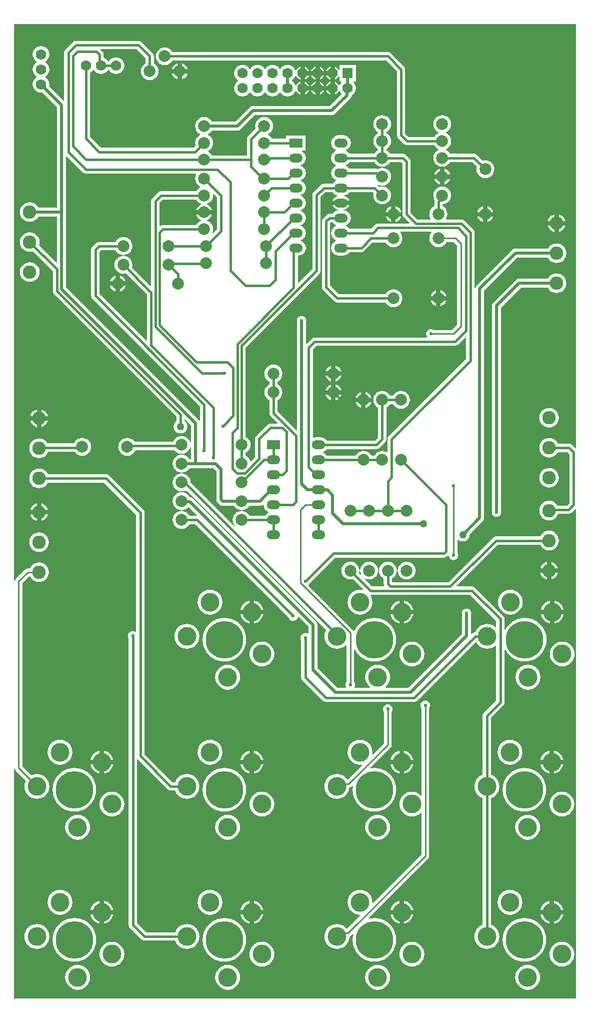
<source format=gbl>
G04*
G04 #@! TF.GenerationSoftware,Altium Limited,Altium Designer,20.0.2 (26)*
G04*
G04 Layer_Physical_Order=2*
G04 Layer_Color=16711680*
%FSLAX43Y43*%
%MOMM*%
G71*
G01*
G75*
%ADD10C,0.508*%
%ADD11C,0.254*%
%ADD27C,0.381*%
%ADD28C,2.286*%
%ADD29C,6.350*%
%ADD30C,3.175*%
%ADD31O,2.286X1.524*%
%ADD32R,2.286X1.524*%
%ADD33C,2.000*%
%ADD34C,1.778*%
%ADD35R,1.778X1.778*%
%ADD36C,1.270*%
%ADD37C,0.600*%
G36*
X95678Y93709D02*
X95561Y93661D01*
X94972Y94249D01*
X94826Y94361D01*
X94656Y94432D01*
X94474Y94456D01*
X92618D01*
X92502Y94673D01*
X92296Y94924D01*
X92044Y95130D01*
X91757Y95284D01*
X91446Y95378D01*
X91123Y95410D01*
X90799Y95378D01*
X90488Y95284D01*
X90201Y95130D01*
X89949Y94924D01*
X89743Y94673D01*
X89590Y94386D01*
X89495Y94075D01*
X89464Y93751D01*
X89495Y93427D01*
X89590Y93116D01*
X89743Y92829D01*
X89949Y92578D01*
X90201Y92372D01*
X90488Y92218D01*
X90799Y92124D01*
X91123Y92092D01*
X91446Y92124D01*
X91757Y92218D01*
X92044Y92372D01*
X92296Y92578D01*
X92502Y92829D01*
X92618Y93046D01*
X94182D01*
X94545Y92683D01*
Y84377D01*
X94133Y83964D01*
X92550D01*
X92502Y84054D01*
X92296Y84306D01*
X92044Y84512D01*
X91757Y84665D01*
X91446Y84760D01*
X91123Y84792D01*
X90799Y84760D01*
X90488Y84665D01*
X90201Y84512D01*
X89949Y84306D01*
X89743Y84054D01*
X89590Y83767D01*
X89495Y83456D01*
X89464Y83133D01*
X89495Y82809D01*
X89590Y82498D01*
X89743Y82211D01*
X89949Y81959D01*
X90201Y81753D01*
X90488Y81600D01*
X90799Y81505D01*
X91123Y81474D01*
X91446Y81505D01*
X91757Y81600D01*
X92044Y81753D01*
X92296Y81959D01*
X92502Y82211D01*
X92655Y82498D01*
X92673Y82555D01*
X94424D01*
X94607Y82579D01*
X94777Y82649D01*
X94923Y82761D01*
X95561Y83399D01*
X95678Y83351D01*
Y524D01*
X524D01*
Y39403D01*
X651Y39416D01*
X672Y39313D01*
X812Y39103D01*
X2520Y37394D01*
X2442Y37248D01*
X2323Y36853D01*
X2282Y36443D01*
X2323Y36032D01*
X2442Y35637D01*
X2637Y35273D01*
X2899Y34954D01*
X3218Y34692D01*
X3582Y34497D01*
X3977Y34377D01*
X4388Y34337D01*
X4799Y34377D01*
X5194Y34497D01*
X5558Y34692D01*
X5877Y34954D01*
X6139Y35273D01*
X6333Y35637D01*
X6453Y36032D01*
X6493Y36443D01*
X6453Y36853D01*
X6333Y37248D01*
X6139Y37612D01*
X5877Y37932D01*
X5558Y38193D01*
X5194Y38388D01*
X4799Y38508D01*
X4388Y38548D01*
X3977Y38508D01*
X3582Y38388D01*
X3436Y38310D01*
X1917Y39829D01*
X1917Y68551D01*
Y70852D01*
X3119Y72054D01*
X3246Y72043D01*
X3383Y71786D01*
X3589Y71534D01*
X3841Y71328D01*
X4128Y71175D01*
X4439Y71080D01*
X4762Y71048D01*
X5086Y71080D01*
X5397Y71175D01*
X5684Y71328D01*
X5936Y71534D01*
X6142Y71786D01*
X6295Y72073D01*
X6390Y72384D01*
X6421Y72707D01*
X6390Y73031D01*
X6295Y73342D01*
X6142Y73629D01*
X5936Y73881D01*
X5684Y74087D01*
X5397Y74240D01*
X5086Y74335D01*
X4762Y74366D01*
X4439Y74335D01*
X4128Y74240D01*
X3841Y74087D01*
X3589Y73881D01*
X3383Y73629D01*
X3237Y73355D01*
X2857D01*
X2610Y73306D01*
X2400Y73165D01*
X812Y71578D01*
X672Y71368D01*
X651Y71265D01*
X524Y71277D01*
Y165476D01*
X95678D01*
Y93709D01*
D02*
G37*
%LPC*%
G36*
X46830Y158572D02*
X46465Y158524D01*
X46125Y158383D01*
X45834Y158159D01*
X45634Y157899D01*
X45592Y157888D01*
X45528D01*
X45486Y157899D01*
X45286Y158159D01*
X44995Y158383D01*
X44655Y158524D01*
X44290Y158572D01*
X43925Y158524D01*
X43585Y158383D01*
X43294Y158159D01*
X43094Y157899D01*
X43052Y157888D01*
X42988D01*
X42946Y157899D01*
X42746Y158159D01*
X42455Y158383D01*
X42115Y158524D01*
X41750Y158572D01*
X41385Y158524D01*
X41045Y158383D01*
X40754Y158159D01*
X40554Y157899D01*
X40512Y157888D01*
X40448D01*
X40406Y157899D01*
X40206Y158159D01*
X39915Y158383D01*
X39575Y158524D01*
X39210Y158572D01*
X38845Y158524D01*
X38505Y158383D01*
X38214Y158159D01*
X37990Y157867D01*
X37849Y157527D01*
X37801Y157163D01*
X37849Y156798D01*
X37990Y156458D01*
X38214Y156166D01*
X38473Y155967D01*
X38484Y155925D01*
Y155860D01*
X38473Y155818D01*
X38214Y155619D01*
X37990Y155327D01*
X37849Y154987D01*
X37801Y154622D01*
X37849Y154258D01*
X37990Y153918D01*
X38214Y153626D01*
X38505Y153402D01*
X38845Y153261D01*
X39210Y153213D01*
X39575Y153261D01*
X39915Y153402D01*
X40206Y153626D01*
X40406Y153886D01*
X40448Y153897D01*
X40512D01*
X40554Y153886D01*
X40754Y153626D01*
X41045Y153402D01*
X41385Y153261D01*
X41750Y153213D01*
X42115Y153261D01*
X42455Y153402D01*
X42746Y153626D01*
X42946Y153886D01*
X42988Y153897D01*
X43052D01*
X43094Y153886D01*
X43294Y153626D01*
X43585Y153402D01*
X43925Y153261D01*
X44290Y153213D01*
X44655Y153261D01*
X44995Y153402D01*
X45286Y153626D01*
X45486Y153886D01*
X45528Y153897D01*
X45592D01*
X45634Y153886D01*
X45834Y153626D01*
X46125Y153402D01*
X46465Y153261D01*
X46830Y153213D01*
X47195Y153261D01*
X47535Y153402D01*
X47826Y153626D01*
X48050Y153918D01*
X48169Y154204D01*
X48306D01*
X48372Y154046D01*
X48555Y153807D01*
X48794Y153624D01*
X48989Y153543D01*
Y154622D01*
Y155702D01*
X48794Y155621D01*
X48555Y155438D01*
X48372Y155199D01*
X48306Y155041D01*
X48169D01*
X48050Y155327D01*
X47826Y155619D01*
X47599Y155794D01*
Y155991D01*
X47826Y156166D01*
X48050Y156458D01*
X48169Y156744D01*
X48306D01*
X48372Y156586D01*
X48555Y156347D01*
X48794Y156164D01*
X48989Y156083D01*
Y157163D01*
Y158242D01*
X48794Y158161D01*
X48555Y157978D01*
X48372Y157739D01*
X48306Y157581D01*
X48169D01*
X48050Y157867D01*
X47826Y158159D01*
X47535Y158383D01*
X47195Y158524D01*
X46830Y158572D01*
D02*
G37*
G36*
X28956Y158817D02*
Y157861D01*
X29912D01*
X29781Y158176D01*
X29560Y158465D01*
X29271Y158686D01*
X28956Y158817D01*
D02*
G37*
G36*
X28194D02*
X27879Y158686D01*
X27590Y158465D01*
X27369Y158176D01*
X27238Y157861D01*
X28194D01*
Y158817D01*
D02*
G37*
G36*
X52291Y158242D02*
Y157544D01*
X52989D01*
X52908Y157739D01*
X52725Y157978D01*
X52486Y158161D01*
X52291Y158242D01*
D02*
G37*
G36*
X49751D02*
Y157544D01*
X50449D01*
X50368Y157739D01*
X50185Y157978D01*
X49946Y158161D01*
X49751Y158242D01*
D02*
G37*
G36*
X54069Y158242D02*
X53874Y158161D01*
X53635Y157978D01*
X53452Y157739D01*
X53371Y157544D01*
X54069D01*
Y158242D01*
D02*
G37*
G36*
X51529D02*
X51334Y158161D01*
X51095Y157978D01*
X50912Y157739D01*
X50831Y157544D01*
X51529D01*
Y158242D01*
D02*
G37*
G36*
X29912Y157099D02*
X28956D01*
Y156143D01*
X29271Y156274D01*
X29560Y156495D01*
X29781Y156784D01*
X29912Y157099D01*
D02*
G37*
G36*
X28194D02*
X27238D01*
X27369Y156784D01*
X27590Y156495D01*
X27879Y156274D01*
X28194Y156143D01*
Y157099D01*
D02*
G37*
G36*
X52989Y156781D02*
X52291D01*
Y156083D01*
X52486Y156164D01*
X52725Y156347D01*
X52908Y156586D01*
X52989Y156781D01*
D02*
G37*
G36*
X50449D02*
X49751D01*
Y156083D01*
X49946Y156164D01*
X50185Y156347D01*
X50368Y156586D01*
X50449Y156781D01*
D02*
G37*
G36*
X54069D02*
X53371D01*
X53452Y156586D01*
X53635Y156347D01*
X53874Y156164D01*
X54069Y156083D01*
Y156781D01*
D02*
G37*
G36*
X51529D02*
X50831D01*
X50912Y156586D01*
X51095Y156347D01*
X51334Y156164D01*
X51529Y156083D01*
Y156781D01*
D02*
G37*
G36*
X52291Y155702D02*
Y155003D01*
X52989D01*
X52908Y155199D01*
X52725Y155438D01*
X52486Y155621D01*
X52291Y155702D01*
D02*
G37*
G36*
X49751D02*
Y155003D01*
X50449D01*
X50368Y155199D01*
X50185Y155438D01*
X49946Y155621D01*
X49751Y155702D01*
D02*
G37*
G36*
X54069Y155702D02*
X53874Y155621D01*
X53635Y155438D01*
X53452Y155199D01*
X53371Y155003D01*
X54069D01*
Y155702D01*
D02*
G37*
G36*
X51529D02*
X51334Y155621D01*
X51095Y155438D01*
X50912Y155199D01*
X50831Y155003D01*
X51529D01*
Y155702D01*
D02*
G37*
G36*
X52989Y154242D02*
X52291D01*
Y153543D01*
X52486Y153624D01*
X52725Y153807D01*
X52908Y154046D01*
X52989Y154242D01*
D02*
G37*
G36*
X50449D02*
X49751D01*
Y153543D01*
X49946Y153624D01*
X50185Y153807D01*
X50368Y154046D01*
X50449Y154242D01*
D02*
G37*
G36*
X54069D02*
X53371D01*
X53452Y154046D01*
X53635Y153807D01*
X53874Y153624D01*
X54069Y153543D01*
Y154242D01*
D02*
G37*
G36*
X51529D02*
X50831D01*
X50912Y154046D01*
X51095Y153807D01*
X51334Y153624D01*
X51529Y153543D01*
Y154242D01*
D02*
G37*
G36*
X21590Y162630D02*
X10981D01*
X10798Y162606D01*
X10628Y162535D01*
X10482Y162423D01*
X9212Y161153D01*
X9100Y161007D01*
X9030Y160837D01*
X9006Y160655D01*
Y152584D01*
X8889Y152536D01*
X6452Y154973D01*
X6489Y155258D01*
X6441Y155622D01*
X6300Y155962D01*
X6076Y156254D01*
X5817Y156453D01*
X5806Y156495D01*
Y156560D01*
X5817Y156602D01*
X6076Y156801D01*
X6300Y157093D01*
X6441Y157433D01*
X6489Y157798D01*
X6441Y158162D01*
X6300Y158502D01*
X6076Y158794D01*
X5817Y158993D01*
X5806Y159035D01*
Y159100D01*
X5817Y159142D01*
X6076Y159341D01*
X6300Y159633D01*
X6441Y159973D01*
X6489Y160337D01*
X6441Y160702D01*
X6300Y161042D01*
X6076Y161334D01*
X5785Y161558D01*
X5445Y161699D01*
X5080Y161747D01*
X4715Y161699D01*
X4375Y161558D01*
X4084Y161334D01*
X3860Y161042D01*
X3719Y160702D01*
X3671Y160337D01*
X3719Y159973D01*
X3860Y159633D01*
X4084Y159341D01*
X4343Y159142D01*
X4354Y159100D01*
Y159035D01*
X4343Y158993D01*
X4084Y158794D01*
X3860Y158502D01*
X3719Y158162D01*
X3671Y157798D01*
X3719Y157433D01*
X3860Y157093D01*
X4084Y156801D01*
X4343Y156602D01*
X4354Y156560D01*
Y156495D01*
X4343Y156453D01*
X4084Y156254D01*
X3860Y155962D01*
X3719Y155622D01*
X3671Y155258D01*
X3719Y154893D01*
X3860Y154553D01*
X4084Y154261D01*
X4375Y154037D01*
X4715Y153896D01*
X5080Y153848D01*
X5365Y153886D01*
X7804Y151447D01*
Y134436D01*
X4636D01*
X4554Y134589D01*
X4348Y134841D01*
X4097Y135047D01*
X3810Y135200D01*
X3499Y135295D01*
X3175Y135327D01*
X2851Y135295D01*
X2540Y135200D01*
X2253Y135047D01*
X2002Y134841D01*
X1796Y134589D01*
X1642Y134302D01*
X1548Y133991D01*
X1516Y133668D01*
X1548Y133344D01*
X1642Y133033D01*
X1796Y132746D01*
X2002Y132494D01*
X2253Y132288D01*
X2540Y132135D01*
X2851Y132040D01*
X3175Y132009D01*
X3499Y132040D01*
X3810Y132135D01*
X4097Y132288D01*
X4348Y132494D01*
X4554Y132746D01*
X4636Y132899D01*
X7804D01*
Y125121D01*
X7687Y125072D01*
X4731Y128028D01*
X4802Y128264D01*
X4834Y128588D01*
X4802Y128911D01*
X4708Y129222D01*
X4554Y129509D01*
X4348Y129761D01*
X4097Y129967D01*
X3810Y130120D01*
X3499Y130215D01*
X3175Y130247D01*
X2851Y130215D01*
X2540Y130120D01*
X2253Y129967D01*
X2002Y129761D01*
X1796Y129509D01*
X1642Y129222D01*
X1548Y128911D01*
X1516Y128588D01*
X1548Y128264D01*
X1642Y127953D01*
X1796Y127666D01*
X2002Y127414D01*
X2253Y127208D01*
X2540Y127055D01*
X2851Y126960D01*
X3175Y126929D01*
X3499Y126960D01*
X3734Y127032D01*
X7106Y123660D01*
Y120282D01*
X7130Y120100D01*
X7200Y119930D01*
X7312Y119784D01*
X28007Y99089D01*
Y98236D01*
X27897Y98151D01*
X27713Y97912D01*
X27598Y97634D01*
X27559Y97336D01*
X27598Y97037D01*
X27713Y96759D01*
X27897Y96520D01*
X28135Y96337D01*
X28413Y96222D01*
X28712Y96183D01*
X29010Y96222D01*
X29288Y96337D01*
X29527Y96520D01*
X29710Y96759D01*
X29825Y97037D01*
X29865Y97336D01*
X29825Y97634D01*
X29710Y97912D01*
X29527Y98151D01*
X29416Y98236D01*
Y98501D01*
X29534Y98549D01*
X30521Y97562D01*
Y94392D01*
X30394Y94386D01*
X30379Y94541D01*
X30292Y94825D01*
X30152Y95087D01*
X29964Y95316D01*
X29734Y95505D01*
X29472Y95645D01*
X29188Y95731D01*
X28892Y95760D01*
X28597Y95731D01*
X28313Y95645D01*
X28051Y95505D01*
X27821Y95316D01*
X27633Y95087D01*
X27493Y94825D01*
X27482Y94791D01*
X20927D01*
X20756Y94999D01*
X20527Y95187D01*
X20265Y95327D01*
X19981Y95414D01*
X19685Y95443D01*
X19389Y95414D01*
X19105Y95327D01*
X18843Y95187D01*
X18613Y94999D01*
X18425Y94769D01*
X18285Y94507D01*
X18199Y94223D01*
X18170Y93928D01*
X18199Y93632D01*
X18285Y93348D01*
X18425Y93086D01*
X18613Y92856D01*
X18843Y92668D01*
X19105Y92528D01*
X19389Y92441D01*
X19685Y92412D01*
X19981Y92441D01*
X20265Y92528D01*
X20527Y92668D01*
X20756Y92856D01*
X20945Y93086D01*
X21085Y93348D01*
X21095Y93382D01*
X27650D01*
X27821Y93174D01*
X28051Y92985D01*
X28313Y92845D01*
X28597Y92759D01*
X28892Y92730D01*
X29188Y92759D01*
X29472Y92845D01*
X29734Y92985D01*
X29964Y93174D01*
X30152Y93403D01*
X30292Y93665D01*
X30379Y93949D01*
X30394Y94104D01*
X30521Y94098D01*
Y91839D01*
X30192D01*
X30152Y91912D01*
X29964Y92142D01*
X29734Y92330D01*
X29472Y92470D01*
X29188Y92556D01*
X28892Y92585D01*
X28597Y92556D01*
X28313Y92470D01*
X28051Y92330D01*
X27821Y92142D01*
X27633Y91912D01*
X27493Y91650D01*
X27406Y91366D01*
X27377Y91070D01*
X27406Y90774D01*
X27493Y90490D01*
X27633Y90228D01*
X27821Y89999D01*
X28051Y89810D01*
X28313Y89670D01*
X28597Y89584D01*
X28892Y89555D01*
X29188Y89584D01*
X29472Y89670D01*
X29734Y89810D01*
X29964Y89999D01*
X30152Y90228D01*
X30192Y90301D01*
X34289D01*
X34791Y89799D01*
Y85018D01*
X34818Y84819D01*
X34894Y84633D01*
X35016Y84474D01*
X35314Y84177D01*
X35473Y84054D01*
X35659Y83978D01*
X35858Y83951D01*
X37753D01*
X37793Y83878D01*
X37981Y83649D01*
X38211Y83460D01*
X38473Y83320D01*
X38757Y83234D01*
X39052Y83205D01*
X39348Y83234D01*
X39632Y83320D01*
X39894Y83460D01*
X40124Y83649D01*
X40312Y83878D01*
X40352Y83951D01*
X42164D01*
X42363Y83978D01*
X42548Y84054D01*
X42668Y84146D01*
X42778Y84090D01*
X42788Y84082D01*
X42832Y83753D01*
X42960Y83445D01*
X43163Y83179D01*
X43428Y82976D01*
X43650Y82884D01*
Y82746D01*
X43428Y82654D01*
X43163Y82451D01*
X43009Y82250D01*
X40386D01*
X40312Y82387D01*
X40124Y82617D01*
X39894Y82805D01*
X39632Y82945D01*
X39348Y83031D01*
X39052Y83060D01*
X38757Y83031D01*
X38473Y82945D01*
X38211Y82805D01*
X37981Y82617D01*
X37793Y82387D01*
X37653Y82125D01*
X37566Y81841D01*
X37537Y81545D01*
X37566Y81249D01*
X37653Y80965D01*
X37793Y80703D01*
X37901Y80571D01*
X37871Y80490D01*
X37836Y80450D01*
X37828Y80451D01*
X30406Y87873D01*
X30408Y87895D01*
X30379Y88191D01*
X30292Y88475D01*
X30152Y88737D01*
X29964Y88966D01*
X29734Y89155D01*
X29472Y89295D01*
X29188Y89381D01*
X28892Y89410D01*
X28597Y89381D01*
X28313Y89295D01*
X28051Y89155D01*
X27821Y88966D01*
X27633Y88737D01*
X27493Y88475D01*
X27406Y88191D01*
X27377Y87895D01*
X27406Y87599D01*
X27493Y87315D01*
X27633Y87053D01*
X27821Y86824D01*
X28051Y86635D01*
X28313Y86495D01*
X28597Y86409D01*
X28892Y86380D01*
X29188Y86409D01*
X29472Y86495D01*
X29680Y86606D01*
X53380Y62906D01*
X53242Y62648D01*
X53123Y62253D01*
X53082Y61843D01*
X53123Y61432D01*
X53242Y61037D01*
X53437Y60673D01*
X53699Y60354D01*
X54018Y60092D01*
X54382Y59897D01*
X54777Y59777D01*
X55188Y59737D01*
X55599Y59777D01*
X55994Y59897D01*
X56358Y60092D01*
X56677Y60354D01*
X56700Y60383D01*
X56820Y60340D01*
Y54141D01*
X56762Y54065D01*
X56680Y53868D01*
X56653Y53658D01*
X56680Y53447D01*
X56748Y53283D01*
X56690Y53156D01*
X55246D01*
X51886Y56516D01*
Y63818D01*
X51860Y64016D01*
X51783Y64202D01*
X51661Y64361D01*
X51661Y64361D01*
X30835Y85187D01*
X30676Y85309D01*
X30491Y85386D01*
X30292Y85412D01*
X30233D01*
X30152Y85562D01*
X29964Y85791D01*
X29734Y85980D01*
X29472Y86120D01*
X29188Y86206D01*
X28892Y86235D01*
X28597Y86206D01*
X28313Y86120D01*
X28051Y85980D01*
X27821Y85791D01*
X27633Y85562D01*
X27493Y85300D01*
X27406Y85016D01*
X27377Y84720D01*
X27406Y84424D01*
X27493Y84140D01*
X27633Y83878D01*
X27821Y83649D01*
X28051Y83460D01*
X28313Y83320D01*
X28597Y83234D01*
X28892Y83205D01*
X29188Y83234D01*
X29472Y83320D01*
X29734Y83460D01*
X29964Y83649D01*
X30010Y83705D01*
X30137Y83711D01*
X31472Y82377D01*
X31419Y82250D01*
X30226D01*
X30152Y82387D01*
X29964Y82617D01*
X29734Y82805D01*
X29472Y82945D01*
X29188Y83031D01*
X28892Y83060D01*
X28597Y83031D01*
X28313Y82945D01*
X28051Y82805D01*
X27821Y82617D01*
X27633Y82387D01*
X27493Y82125D01*
X27406Y81841D01*
X27377Y81545D01*
X27406Y81249D01*
X27493Y80965D01*
X27633Y80703D01*
X27821Y80474D01*
X28051Y80285D01*
X28313Y80145D01*
X28597Y80059D01*
X28892Y80030D01*
X29188Y80059D01*
X29472Y80145D01*
X29734Y80285D01*
X29964Y80474D01*
X30152Y80703D01*
X30226Y80840D01*
X31239D01*
X46990Y65090D01*
X46990Y65088D01*
X47071Y64891D01*
X47201Y64722D01*
X47370Y64593D01*
X47566Y64511D01*
X47777Y64483D01*
X47988Y64511D01*
X48185Y64593D01*
X48353Y64722D01*
X48483Y64891D01*
X48564Y65088D01*
X48568Y65118D01*
X48689Y65159D01*
X50349Y63499D01*
Y62373D01*
X50222Y62314D01*
X50058Y62382D01*
X49847Y62410D01*
X49637Y62382D01*
X49440Y62301D01*
X49271Y62171D01*
X49142Y62002D01*
X49060Y61806D01*
X49033Y61595D01*
X49060Y61384D01*
X49142Y61188D01*
X49143Y61186D01*
Y54928D01*
X49167Y54745D01*
X49237Y54575D01*
X49349Y54429D01*
X52842Y50937D01*
X52988Y50825D01*
X53158Y50754D01*
X53340Y50730D01*
X68262D01*
X68445Y50754D01*
X68615Y50825D01*
X68761Y50937D01*
X78680Y60857D01*
X78806Y60838D01*
X78894Y60673D01*
X79156Y60354D01*
X79475Y60092D01*
X79839Y59897D01*
X80234Y59777D01*
X80645Y59737D01*
X81056Y59777D01*
X81451Y59897D01*
X81815Y60092D01*
X82036Y60273D01*
X82163Y60213D01*
Y50987D01*
X80090Y48914D01*
X79978Y48768D01*
X79907Y48598D01*
X79883Y48416D01*
Y38419D01*
X79782Y38388D01*
X79418Y38193D01*
X79099Y37932D01*
X78837Y37612D01*
X78642Y37248D01*
X78523Y36853D01*
X78482Y36443D01*
X78523Y36032D01*
X78642Y35637D01*
X78837Y35273D01*
X79099Y34954D01*
X79418Y34692D01*
X79782Y34497D01*
X79883Y34467D01*
Y13019D01*
X79782Y12988D01*
X79418Y12793D01*
X79099Y12532D01*
X78837Y12212D01*
X78642Y11848D01*
X78523Y11453D01*
X78482Y11043D01*
X78523Y10632D01*
X78642Y10237D01*
X78837Y9873D01*
X79099Y9554D01*
X79418Y9292D01*
X79782Y9097D01*
X80177Y8977D01*
X80588Y8937D01*
X80999Y8977D01*
X81394Y9097D01*
X81758Y9292D01*
X82077Y9554D01*
X82339Y9873D01*
X82533Y10237D01*
X82653Y10632D01*
X82693Y11043D01*
X82653Y11453D01*
X82533Y11848D01*
X82339Y12212D01*
X82077Y12532D01*
X81758Y12793D01*
X81394Y12988D01*
X81292Y13019D01*
Y34467D01*
X81394Y34497D01*
X81758Y34692D01*
X82077Y34954D01*
X82339Y35273D01*
X82533Y35637D01*
X82653Y36032D01*
X82693Y36443D01*
X82653Y36853D01*
X82533Y37248D01*
X82339Y37612D01*
X82077Y37932D01*
X81758Y38193D01*
X81394Y38388D01*
X81292Y38419D01*
Y48124D01*
X83366Y50197D01*
X83478Y50343D01*
X83548Y50513D01*
X83572Y50695D01*
Y59598D01*
X83697Y59623D01*
X83703Y59607D01*
X84006Y59112D01*
X84383Y58672D01*
X84824Y58295D01*
X85318Y57992D01*
X85853Y57770D01*
X86417Y57635D01*
X86995Y57589D01*
X87573Y57635D01*
X88137Y57770D01*
X88672Y57992D01*
X89167Y58295D01*
X89607Y58672D01*
X89984Y59112D01*
X90287Y59607D01*
X90509Y60142D01*
X90644Y60706D01*
X90689Y61284D01*
X90644Y61862D01*
X90509Y62425D01*
X90287Y62961D01*
X89984Y63455D01*
X89607Y63896D01*
X89167Y64273D01*
X88672Y64576D01*
X88137Y64797D01*
X87573Y64933D01*
X86995Y64978D01*
X86417Y64933D01*
X85853Y64797D01*
X85318Y64576D01*
X84824Y64273D01*
X84383Y63896D01*
X84006Y63455D01*
X83703Y62961D01*
X83697Y62945D01*
X83572Y62970D01*
Y64770D01*
X83548Y64952D01*
X83478Y65122D01*
X83366Y65268D01*
X78561Y70072D01*
X78415Y70184D01*
X78246Y70255D01*
X78063Y70279D01*
X75523D01*
X75474Y70396D01*
X82426Y77348D01*
X89627D01*
X89743Y77131D01*
X89949Y76879D01*
X90201Y76673D01*
X90488Y76520D01*
X90799Y76425D01*
X91123Y76394D01*
X91446Y76425D01*
X91757Y76520D01*
X92044Y76673D01*
X92296Y76879D01*
X92502Y77131D01*
X92655Y77418D01*
X92750Y77729D01*
X92782Y78053D01*
X92750Y78376D01*
X92655Y78687D01*
X92502Y78974D01*
X92296Y79226D01*
X92044Y79432D01*
X91757Y79585D01*
X91446Y79680D01*
X91123Y79712D01*
X90799Y79680D01*
X90488Y79585D01*
X90201Y79432D01*
X89949Y79226D01*
X89743Y78974D01*
X89627Y78757D01*
X82134D01*
X81952Y78733D01*
X81782Y78663D01*
X81636Y78551D01*
X74063Y70977D01*
X64586D01*
X64522Y71042D01*
Y71639D01*
X64659Y71713D01*
X64889Y71901D01*
X65077Y72131D01*
X65217Y72393D01*
X65304Y72677D01*
X65333Y72973D01*
X65304Y73268D01*
X65217Y73552D01*
X65077Y73814D01*
X64889Y74044D01*
X64659Y74232D01*
X64397Y74372D01*
X64113Y74459D01*
X63817Y74488D01*
X63522Y74459D01*
X63238Y74372D01*
X62976Y74232D01*
X62746Y74044D01*
X62558Y73814D01*
X62417Y73552D01*
X62331Y73268D01*
X62302Y72973D01*
X62331Y72677D01*
X62417Y72393D01*
X62558Y72131D01*
X62746Y71901D01*
X62976Y71713D01*
X63113Y71639D01*
Y70750D01*
X63128Y70635D01*
X63137Y70568D01*
X63137Y70568D01*
X63137Y70568D01*
X63178Y70469D01*
X63207Y70398D01*
X63207Y70398D01*
X63138Y70279D01*
X61157D01*
X59945Y71492D01*
X60021Y71595D01*
X60063Y71573D01*
X60347Y71486D01*
X60642Y71457D01*
X60938Y71486D01*
X61222Y71573D01*
X61484Y71713D01*
X61714Y71901D01*
X61902Y72131D01*
X62042Y72393D01*
X62129Y72677D01*
X62158Y72973D01*
X62129Y73268D01*
X62042Y73552D01*
X61902Y73814D01*
X61714Y74044D01*
X61484Y74232D01*
X61222Y74372D01*
X60938Y74459D01*
X60642Y74488D01*
X60347Y74459D01*
X60063Y74372D01*
X59801Y74232D01*
X59571Y74044D01*
X59383Y73814D01*
X59243Y73552D01*
X59156Y73268D01*
X59127Y72973D01*
X59156Y72677D01*
X59243Y72393D01*
X59265Y72351D01*
X59161Y72275D01*
X58908Y72528D01*
X58954Y72677D01*
X58983Y72972D01*
X58954Y73268D01*
X58867Y73552D01*
X58727Y73814D01*
X58539Y74044D01*
X58309Y74232D01*
X58047Y74372D01*
X57763Y74459D01*
X57467Y74488D01*
X57172Y74459D01*
X56888Y74372D01*
X56626Y74232D01*
X56396Y74044D01*
X56208Y73814D01*
X56068Y73552D01*
X55981Y73268D01*
X55952Y72972D01*
X55981Y72677D01*
X56068Y72393D01*
X56208Y72131D01*
X56396Y71901D01*
X56626Y71713D01*
X56888Y71573D01*
X57172Y71486D01*
X57467Y71457D01*
X57763Y71486D01*
X57912Y71531D01*
X59662Y69782D01*
X59597Y69673D01*
X59510Y69699D01*
X59099Y69739D01*
X58689Y69699D01*
X58294Y69579D01*
X57930Y69385D01*
X57610Y69123D01*
X57349Y68804D01*
X57154Y68440D01*
X57034Y68045D01*
X56994Y67634D01*
X57034Y67223D01*
X57154Y66828D01*
X57349Y66464D01*
X57610Y66145D01*
X57930Y65883D01*
X58294Y65688D01*
X58689Y65569D01*
X59099Y65528D01*
X59510Y65569D01*
X59905Y65688D01*
X60269Y65883D01*
X60588Y66145D01*
X60850Y66464D01*
X61045Y66828D01*
X61165Y67223D01*
X61205Y67634D01*
X61165Y68045D01*
X61045Y68440D01*
X60883Y68743D01*
X60955Y68870D01*
X77771D01*
X82163Y64478D01*
Y63472D01*
X82036Y63412D01*
X81815Y63593D01*
X81451Y63788D01*
X81056Y63908D01*
X80645Y63948D01*
X80234Y63908D01*
X79839Y63788D01*
X79475Y63593D01*
X79156Y63332D01*
X78894Y63012D01*
X78700Y62648D01*
X78669Y62547D01*
X78488Y62523D01*
X78318Y62453D01*
X78172Y62341D01*
X78038Y62207D01*
X77921Y62256D01*
Y65467D01*
X77940Y65512D01*
X77967Y65723D01*
X77940Y65933D01*
X77858Y66130D01*
X77729Y66299D01*
X77560Y66428D01*
X77363Y66510D01*
X77152Y66537D01*
X76942Y66510D01*
X76745Y66428D01*
X76576Y66299D01*
X76447Y66130D01*
X76365Y65933D01*
X76338Y65723D01*
X76365Y65512D01*
X76384Y65467D01*
Y62231D01*
X67309Y53156D01*
X63434D01*
X63388Y53283D01*
X63586Y53445D01*
X63847Y53764D01*
X64042Y54128D01*
X64162Y54523D01*
X64202Y54934D01*
X64162Y55345D01*
X64042Y55740D01*
X63847Y56104D01*
X63586Y56423D01*
X63266Y56685D01*
X62902Y56879D01*
X62507Y56999D01*
X62097Y57039D01*
X61686Y56999D01*
X61291Y56879D01*
X60927Y56685D01*
X60608Y56423D01*
X60346Y56104D01*
X60151Y55740D01*
X60031Y55345D01*
X59991Y54934D01*
X60031Y54523D01*
X60151Y54128D01*
X60346Y53764D01*
X60608Y53445D01*
X60805Y53283D01*
X60759Y53156D01*
X58245D01*
X58187Y53283D01*
X58255Y53447D01*
X58282Y53658D01*
X58255Y53868D01*
X58173Y54065D01*
X58115Y54141D01*
Y59598D01*
X58239Y59623D01*
X58246Y59607D01*
X58549Y59112D01*
X58925Y58672D01*
X59366Y58295D01*
X59861Y57992D01*
X60396Y57770D01*
X60960Y57635D01*
X61538Y57589D01*
X62116Y57635D01*
X62679Y57770D01*
X63215Y57992D01*
X63709Y58295D01*
X64150Y58672D01*
X64527Y59112D01*
X64830Y59607D01*
X65051Y60142D01*
X65187Y60706D01*
X65232Y61284D01*
X65187Y61862D01*
X65051Y62425D01*
X64830Y62961D01*
X64527Y63455D01*
X64150Y63896D01*
X63709Y64273D01*
X63215Y64576D01*
X62679Y64797D01*
X62116Y64933D01*
X61538Y64978D01*
X60960Y64933D01*
X60396Y64797D01*
X59861Y64576D01*
X59366Y64273D01*
X58925Y63896D01*
X58549Y63455D01*
X58246Y62961D01*
X58165Y62765D01*
X58021Y62751D01*
X57925Y62894D01*
X50408Y70411D01*
X50417Y70538D01*
X50424Y70544D01*
X50553Y70713D01*
X50635Y70909D01*
X50635Y70911D01*
X54902Y75178D01*
X73342D01*
X73525Y75202D01*
X73695Y75272D01*
X73841Y75384D01*
X73991Y75535D01*
X74125Y75489D01*
X74143Y75354D01*
X74224Y75158D01*
X74354Y74989D01*
X74523Y74859D01*
X74719Y74778D01*
X74930Y74750D01*
X75141Y74778D01*
X75337Y74859D01*
X75506Y74989D01*
X75636Y75158D01*
X75717Y75354D01*
X75745Y75565D01*
X75717Y75776D01*
X75636Y75972D01*
X75577Y76049D01*
Y78207D01*
X75657Y78234D01*
X75704Y78241D01*
X75941Y78059D01*
X76219Y77944D01*
X76518Y77905D01*
X76816Y77944D01*
X77094Y78059D01*
X77333Y78242D01*
X77516Y78481D01*
X77631Y78759D01*
X77670Y79058D01*
X77663Y79116D01*
X79918Y81372D01*
X80041Y81531D01*
X80117Y81716D01*
X80144Y81915D01*
Y120332D01*
X85726Y125914D01*
X90931D01*
X91013Y125761D01*
X91219Y125509D01*
X91471Y125303D01*
X91758Y125150D01*
X92069Y125055D01*
X92393Y125024D01*
X92716Y125055D01*
X93027Y125150D01*
X93314Y125303D01*
X93566Y125509D01*
X93772Y125761D01*
X93925Y126048D01*
X94020Y126359D01*
X94051Y126683D01*
X94020Y127006D01*
X93925Y127317D01*
X93772Y127604D01*
X93566Y127856D01*
X93314Y128062D01*
X93027Y128215D01*
X92716Y128310D01*
X92393Y128341D01*
X92069Y128310D01*
X91758Y128215D01*
X91471Y128062D01*
X91219Y127856D01*
X91013Y127604D01*
X90931Y127451D01*
X85408D01*
X85209Y127425D01*
X85023Y127348D01*
X84864Y127226D01*
X78832Y121193D01*
X78709Y121034D01*
X78633Y120849D01*
X78619Y120746D01*
X78492Y120754D01*
Y130175D01*
X78468Y130357D01*
X78398Y130527D01*
X78286Y130673D01*
X76751Y132208D01*
X76605Y132320D01*
X76435Y132391D01*
X76252Y132415D01*
X73772D01*
X73696Y132542D01*
X73790Y132718D01*
X73876Y133002D01*
X73905Y133298D01*
X73876Y133593D01*
X73790Y133877D01*
X73650Y134139D01*
X73461Y134369D01*
X73232Y134557D01*
X73094Y134631D01*
Y134964D01*
X73321Y134986D01*
X73605Y135073D01*
X73867Y135213D01*
X74096Y135401D01*
X74285Y135631D01*
X74425Y135893D01*
X74511Y136177D01*
X74540Y136473D01*
X74511Y136768D01*
X74425Y137052D01*
X74285Y137314D01*
X74096Y137544D01*
X73867Y137732D01*
X73605Y137872D01*
X73321Y137959D01*
X73025Y137988D01*
X72729Y137959D01*
X72445Y137872D01*
X72183Y137732D01*
X71953Y137544D01*
X71765Y137314D01*
X71625Y137052D01*
X71539Y136768D01*
X71510Y136473D01*
X71539Y136177D01*
X71625Y135893D01*
X71745Y135668D01*
X71709Y135582D01*
X71685Y135399D01*
Y134631D01*
X71548Y134557D01*
X71318Y134369D01*
X71130Y134139D01*
X70990Y133877D01*
X70904Y133593D01*
X70875Y133298D01*
X70904Y133002D01*
X70990Y132718D01*
X71084Y132542D01*
X71008Y132415D01*
X68872D01*
X67697Y133589D01*
Y142188D01*
X67673Y142370D01*
X67603Y142540D01*
X67491Y142686D01*
X66856Y143321D01*
X66710Y143433D01*
X66540Y143503D01*
X66357Y143527D01*
X64198D01*
X64125Y143664D01*
X63936Y143894D01*
X63707Y144082D01*
X63569Y144156D01*
Y144347D01*
X63707Y144420D01*
X63936Y144609D01*
X64125Y144838D01*
X64265Y145100D01*
X64351Y145384D01*
X64380Y145680D01*
X64351Y145976D01*
X64265Y146260D01*
X64125Y146522D01*
X63936Y146751D01*
X63707Y146940D01*
X63569Y147013D01*
Y147204D01*
X63707Y147278D01*
X63936Y147466D01*
X64125Y147696D01*
X64265Y147958D01*
X64351Y148242D01*
X64380Y148538D01*
X64351Y148833D01*
X64265Y149117D01*
X64125Y149379D01*
X63936Y149609D01*
X63707Y149797D01*
X63445Y149937D01*
X63161Y150024D01*
X62865Y150053D01*
X62569Y150024D01*
X62285Y149937D01*
X62023Y149797D01*
X61793Y149609D01*
X61605Y149379D01*
X61465Y149117D01*
X61379Y148833D01*
X61350Y148538D01*
X61379Y148242D01*
X61465Y147958D01*
X61605Y147696D01*
X61793Y147466D01*
X62023Y147278D01*
X62160Y147204D01*
Y147013D01*
X62023Y146940D01*
X61793Y146751D01*
X61605Y146522D01*
X61465Y146260D01*
X61379Y145976D01*
X61350Y145680D01*
X61379Y145384D01*
X61465Y145100D01*
X61605Y144838D01*
X61793Y144609D01*
X62023Y144420D01*
X62160Y144347D01*
Y144156D01*
X62023Y144082D01*
X61793Y143894D01*
X61605Y143664D01*
X61532Y143527D01*
X57321D01*
X57167Y143728D01*
X56901Y143932D01*
X56680Y144024D01*
Y144161D01*
X56901Y144253D01*
X57167Y144457D01*
X57370Y144722D01*
X57498Y145031D01*
X57542Y145363D01*
X57498Y145694D01*
X57370Y146003D01*
X57167Y146268D01*
X56901Y146472D01*
X56592Y146600D01*
X56261Y146643D01*
X55499D01*
X55167Y146600D01*
X54858Y146472D01*
X54593Y146268D01*
X54390Y146003D01*
X54262Y145694D01*
X54218Y145363D01*
X54262Y145031D01*
X54390Y144722D01*
X54593Y144457D01*
X54858Y144253D01*
X55080Y144161D01*
Y144024D01*
X54858Y143932D01*
X54593Y143728D01*
X54390Y143463D01*
X54262Y143154D01*
X54218Y142823D01*
X54262Y142491D01*
X54390Y142182D01*
X54593Y141917D01*
X54858Y141713D01*
X55080Y141621D01*
Y141484D01*
X54858Y141392D01*
X54593Y141188D01*
X54390Y140923D01*
X54262Y140614D01*
X54218Y140283D01*
X54262Y139951D01*
X54390Y139642D01*
X54593Y139377D01*
X54858Y139173D01*
X55080Y139081D01*
Y138944D01*
X54858Y138852D01*
X54593Y138648D01*
X54439Y138447D01*
X52970D01*
X52788Y138423D01*
X52618Y138353D01*
X52472Y138241D01*
X51254Y137023D01*
X51142Y136877D01*
X51072Y136707D01*
X51048Y136525D01*
Y124012D01*
X48705Y121669D01*
X48587Y121718D01*
Y126302D01*
X48641D01*
X48972Y126345D01*
X49281Y126473D01*
X49547Y126677D01*
X49750Y126942D01*
X49878Y127251D01*
X49922Y127583D01*
X49878Y127914D01*
X49750Y128223D01*
X49547Y128488D01*
X49281Y128692D01*
X49060Y128784D01*
Y128921D01*
X49281Y129013D01*
X49547Y129217D01*
X49750Y129482D01*
X49878Y129791D01*
X49922Y130123D01*
X49878Y130454D01*
X49750Y130763D01*
X49547Y131028D01*
X49281Y131232D01*
X49060Y131324D01*
Y131461D01*
X49281Y131553D01*
X49547Y131757D01*
X49750Y132022D01*
X49878Y132331D01*
X49922Y132663D01*
X49878Y132994D01*
X49750Y133303D01*
X49547Y133568D01*
X49281Y133772D01*
X49060Y133864D01*
Y134001D01*
X49281Y134093D01*
X49547Y134297D01*
X49750Y134562D01*
X49878Y134871D01*
X49922Y135203D01*
X49878Y135534D01*
X49750Y135843D01*
X49547Y136108D01*
X49281Y136312D01*
X49060Y136404D01*
Y136541D01*
X49281Y136633D01*
X49547Y136837D01*
X49750Y137102D01*
X49878Y137411D01*
X49922Y137743D01*
X49878Y138074D01*
X49750Y138383D01*
X49547Y138648D01*
X49281Y138852D01*
X49060Y138944D01*
Y139081D01*
X49281Y139173D01*
X49547Y139377D01*
X49750Y139642D01*
X49878Y139951D01*
X49922Y140283D01*
X49878Y140614D01*
X49750Y140923D01*
X49547Y141188D01*
X49281Y141392D01*
X49060Y141484D01*
Y141621D01*
X49281Y141713D01*
X49547Y141917D01*
X49750Y142182D01*
X49878Y142491D01*
X49922Y142823D01*
X49878Y143154D01*
X49750Y143463D01*
X49547Y143728D01*
X49281Y143932D01*
X49200Y143966D01*
X49225Y144093D01*
X49911D01*
Y146633D01*
X46609D01*
Y146067D01*
X44196D01*
X44122Y146204D01*
X43934Y146434D01*
X43704Y146622D01*
X43523Y146719D01*
Y146863D01*
X43704Y146960D01*
X43934Y147148D01*
X44122Y147378D01*
X44262Y147640D01*
X44349Y147924D01*
X44378Y148220D01*
X44349Y148516D01*
X44262Y148800D01*
X44122Y149062D01*
X43934Y149291D01*
X43704Y149480D01*
X43442Y149620D01*
X43158Y149706D01*
X42862Y149735D01*
X42567Y149706D01*
X42283Y149620D01*
X42021Y149480D01*
X41791Y149291D01*
X41603Y149062D01*
X41463Y148800D01*
X41376Y148516D01*
X41347Y148220D01*
X41376Y147924D01*
X41421Y147775D01*
X40142Y146496D01*
X40030Y146350D01*
X39959Y146180D01*
X39935Y145997D01*
Y143210D01*
X34036D01*
X33962Y143347D01*
X33774Y143577D01*
X33544Y143765D01*
X33363Y143862D01*
Y144006D01*
X33544Y144103D01*
X33774Y144291D01*
X33962Y144521D01*
X34102Y144783D01*
X34189Y145067D01*
X34218Y145363D01*
X34189Y145658D01*
X34102Y145942D01*
X33962Y146204D01*
X33774Y146434D01*
X33544Y146622D01*
X33363Y146719D01*
Y146863D01*
X33544Y146960D01*
X33774Y147148D01*
X33962Y147378D01*
X34002Y147451D01*
X38365D01*
X38564Y147478D01*
X38749Y147554D01*
X38908Y147677D01*
X41276Y150044D01*
X54292D01*
X54491Y150070D01*
X54677Y150147D01*
X54836Y150269D01*
X57430Y152863D01*
X57552Y153023D01*
X57629Y153208D01*
X57653Y153385D01*
X57695Y153402D01*
X57986Y153626D01*
X58210Y153918D01*
X58351Y154258D01*
X58399Y154622D01*
X58351Y154987D01*
X58210Y155327D01*
X57986Y155619D01*
X57952Y155645D01*
X57993Y155766D01*
X58387D01*
Y158559D01*
X55593D01*
Y157722D01*
X55466Y157696D01*
X55448Y157739D01*
X55265Y157978D01*
X55026Y158161D01*
X54831Y158242D01*
Y157163D01*
Y156083D01*
X55026Y156164D01*
X55265Y156347D01*
X55448Y156586D01*
X55466Y156629D01*
X55593Y156603D01*
Y155766D01*
X55987D01*
X56028Y155645D01*
X55994Y155619D01*
X55770Y155327D01*
X55651Y155041D01*
X55514D01*
X55448Y155199D01*
X55265Y155438D01*
X55026Y155621D01*
X54831Y155702D01*
Y154622D01*
Y153543D01*
X55026Y153624D01*
X55265Y153807D01*
X55448Y154046D01*
X55514Y154204D01*
X55651D01*
X55770Y153918D01*
X55994Y153626D01*
X55995Y153602D01*
X53974Y151581D01*
X40958D01*
X40759Y151555D01*
X40573Y151478D01*
X40414Y151356D01*
X40414Y151356D01*
X38047Y148989D01*
X34002D01*
X33962Y149062D01*
X33774Y149291D01*
X33544Y149480D01*
X33282Y149620D01*
X32998Y149706D01*
X32702Y149735D01*
X32407Y149706D01*
X32123Y149620D01*
X31861Y149480D01*
X31631Y149291D01*
X31443Y149062D01*
X31302Y148800D01*
X31216Y148516D01*
X31187Y148220D01*
X31216Y147924D01*
X31302Y147640D01*
X31443Y147378D01*
X31631Y147148D01*
X31861Y146960D01*
X32042Y146863D01*
Y146719D01*
X31861Y146622D01*
X31631Y146434D01*
X31443Y146204D01*
X31302Y145942D01*
X31216Y145658D01*
X31187Y145363D01*
X31216Y145067D01*
X31261Y144918D01*
X30876Y144532D01*
X15214D01*
X13405Y146342D01*
Y157212D01*
X13696Y157436D01*
X13896Y157696D01*
X13938Y157707D01*
X14002D01*
X14044Y157696D01*
X14244Y157436D01*
X14535Y157212D01*
X14875Y157071D01*
X15240Y157023D01*
X15605Y157071D01*
X15945Y157212D01*
X16236Y157436D01*
X16444Y157707D01*
X16576D01*
X16784Y157436D01*
X17075Y157212D01*
X17415Y157071D01*
X17780Y157023D01*
X18145Y157071D01*
X18485Y157212D01*
X18776Y157436D01*
X19000Y157728D01*
X19141Y158068D01*
X19189Y158432D01*
X19141Y158797D01*
X19000Y159137D01*
X18776Y159429D01*
X18485Y159653D01*
X18145Y159794D01*
X17780Y159842D01*
X17415Y159794D01*
X17075Y159653D01*
X16784Y159429D01*
X16576Y159158D01*
X16444D01*
X16236Y159429D01*
X15945Y159653D01*
X15677Y159764D01*
Y160287D01*
X15653Y160470D01*
X15583Y160640D01*
X15471Y160785D01*
X15153Y161103D01*
X15202Y161220D01*
X21298D01*
X22790Y159728D01*
Y158813D01*
X22653Y158740D01*
X22424Y158551D01*
X22235Y158322D01*
X22095Y158060D01*
X22009Y157776D01*
X21980Y157480D01*
X22009Y157184D01*
X22095Y156900D01*
X22235Y156638D01*
X22424Y156409D01*
X22653Y156220D01*
X22915Y156080D01*
X23199Y155994D01*
X23495Y155965D01*
X23791Y155994D01*
X24075Y156080D01*
X24337Y156220D01*
X24566Y156409D01*
X24755Y156638D01*
X24895Y156900D01*
X24981Y157184D01*
X25010Y157480D01*
X24981Y157776D01*
X24895Y158060D01*
X24755Y158322D01*
X24566Y158551D01*
X24337Y158740D01*
X24200Y158813D01*
Y160020D01*
X24176Y160202D01*
X24105Y160372D01*
X23993Y160518D01*
X22088Y162423D01*
X21942Y162535D01*
X21772Y162606D01*
X21590Y162630D01*
D02*
G37*
G36*
X73406Y140984D02*
Y140029D01*
X74362D01*
X74231Y140344D01*
X74010Y140632D01*
X73721Y140854D01*
X73406Y140984D01*
D02*
G37*
G36*
X72644D02*
X72328Y140854D01*
X72040Y140632D01*
X71819Y140344D01*
X71688Y140029D01*
X72644D01*
Y140984D01*
D02*
G37*
G36*
X26035Y161535D02*
X25739Y161506D01*
X25455Y161420D01*
X25193Y161280D01*
X24964Y161091D01*
X24775Y160862D01*
X24635Y160600D01*
X24549Y160316D01*
X24520Y160020D01*
X24549Y159724D01*
X24635Y159440D01*
X24775Y159178D01*
X24964Y158949D01*
X25193Y158760D01*
X25455Y158620D01*
X25739Y158534D01*
X26035Y158505D01*
X26331Y158534D01*
X26615Y158620D01*
X26877Y158760D01*
X27106Y158949D01*
X27295Y159178D01*
X27368Y159315D01*
X63526D01*
X65335Y157506D01*
Y146685D01*
X65359Y146503D01*
X65430Y146333D01*
X65542Y146187D01*
X66547Y145182D01*
X66693Y145070D01*
X66863Y144999D01*
X67045Y144975D01*
X71692D01*
X71765Y144838D01*
X71953Y144609D01*
X72183Y144420D01*
X72364Y144323D01*
Y144179D01*
X72183Y144082D01*
X71953Y143894D01*
X71765Y143664D01*
X71625Y143402D01*
X71539Y143118D01*
X71510Y142823D01*
X71539Y142527D01*
X71625Y142243D01*
X71765Y141981D01*
X71953Y141751D01*
X72183Y141563D01*
X72445Y141423D01*
X72729Y141336D01*
X73025Y141307D01*
X73321Y141336D01*
X73605Y141423D01*
X73867Y141563D01*
X74096Y141751D01*
X74285Y141981D01*
X74358Y142118D01*
X78131D01*
X78886Y141362D01*
X78841Y141213D01*
X78812Y140917D01*
X78841Y140622D01*
X78927Y140338D01*
X79068Y140076D01*
X79256Y139846D01*
X79486Y139658D01*
X79748Y139518D01*
X80032Y139431D01*
X80327Y139402D01*
X80623Y139431D01*
X80907Y139518D01*
X81169Y139658D01*
X81399Y139846D01*
X81587Y140076D01*
X81727Y140338D01*
X81814Y140622D01*
X81843Y140917D01*
X81814Y141213D01*
X81727Y141497D01*
X81587Y141759D01*
X81399Y141989D01*
X81169Y142177D01*
X80907Y142317D01*
X80623Y142404D01*
X80327Y142433D01*
X80032Y142404D01*
X79883Y142358D01*
X78921Y143321D01*
X78775Y143433D01*
X78605Y143503D01*
X78422Y143527D01*
X74358D01*
X74285Y143664D01*
X74096Y143894D01*
X73867Y144082D01*
X73686Y144179D01*
Y144323D01*
X73867Y144420D01*
X74096Y144609D01*
X74285Y144838D01*
X74425Y145100D01*
X74511Y145384D01*
X74540Y145680D01*
X74511Y145976D01*
X74425Y146260D01*
X74285Y146522D01*
X74096Y146751D01*
X73867Y146940D01*
X73686Y147037D01*
Y147181D01*
X73867Y147278D01*
X74096Y147466D01*
X74285Y147696D01*
X74425Y147958D01*
X74511Y148242D01*
X74540Y148538D01*
X74511Y148833D01*
X74425Y149117D01*
X74285Y149379D01*
X74096Y149609D01*
X73867Y149797D01*
X73605Y149937D01*
X73321Y150024D01*
X73025Y150053D01*
X72729Y150024D01*
X72445Y149937D01*
X72183Y149797D01*
X71953Y149609D01*
X71765Y149379D01*
X71625Y149117D01*
X71539Y148833D01*
X71510Y148538D01*
X71539Y148242D01*
X71625Y147958D01*
X71765Y147696D01*
X71953Y147466D01*
X72183Y147278D01*
X72364Y147181D01*
Y147037D01*
X72183Y146940D01*
X71953Y146751D01*
X71765Y146522D01*
X71692Y146385D01*
X67337D01*
X66745Y146977D01*
Y157798D01*
X66721Y157980D01*
X66650Y158150D01*
X66538Y158296D01*
X64316Y160518D01*
X64170Y160630D01*
X64000Y160701D01*
X63818Y160725D01*
X27368D01*
X27295Y160862D01*
X27106Y161091D01*
X26877Y161280D01*
X26615Y161420D01*
X26331Y161506D01*
X26035Y161535D01*
D02*
G37*
G36*
X74362Y139267D02*
X73406D01*
Y138311D01*
X73721Y138441D01*
X74010Y138663D01*
X74231Y138951D01*
X74362Y139267D01*
D02*
G37*
G36*
X72644D02*
X71688D01*
X71819Y138951D01*
X72040Y138663D01*
X72328Y138441D01*
X72644Y138311D01*
Y139267D01*
D02*
G37*
G36*
X80708Y134634D02*
Y133678D01*
X81664D01*
X81534Y133994D01*
X81312Y134282D01*
X81024Y134504D01*
X80708Y134634D01*
D02*
G37*
G36*
X79946Y134634D02*
X79631Y134504D01*
X79343Y134282D01*
X79121Y133994D01*
X78990Y133678D01*
X79946D01*
Y134634D01*
D02*
G37*
G36*
X92774Y133240D02*
Y132144D01*
X93869D01*
X93807Y132349D01*
X93666Y132613D01*
X93475Y132845D01*
X93243Y133036D01*
X92979Y133177D01*
X92774Y133240D01*
D02*
G37*
G36*
X92012Y133240D02*
X91806Y133177D01*
X91542Y133036D01*
X91310Y132845D01*
X91119Y132613D01*
X90978Y132349D01*
X90915Y132144D01*
X92012D01*
Y133240D01*
D02*
G37*
G36*
X81664Y132916D02*
X80708D01*
Y131961D01*
X81024Y132091D01*
X81312Y132313D01*
X81534Y132601D01*
X81664Y132916D01*
D02*
G37*
G36*
X79946D02*
X78990D01*
X79121Y132601D01*
X79343Y132313D01*
X79631Y132091D01*
X79946Y131960D01*
Y132916D01*
D02*
G37*
G36*
X93869Y131382D02*
X92774D01*
Y130286D01*
X92979Y130348D01*
X93243Y130489D01*
X93475Y130680D01*
X93666Y130912D01*
X93807Y131176D01*
X93869Y131382D01*
D02*
G37*
G36*
X92012D02*
X90915D01*
X90978Y131176D01*
X91119Y130912D01*
X91310Y130680D01*
X91542Y130489D01*
X91806Y130348D01*
X92012Y130286D01*
Y131382D01*
D02*
G37*
G36*
X3175Y125166D02*
X2851Y125135D01*
X2540Y125040D01*
X2253Y124887D01*
X2002Y124681D01*
X1796Y124429D01*
X1642Y124142D01*
X1548Y123831D01*
X1516Y123508D01*
X1548Y123184D01*
X1642Y122873D01*
X1796Y122586D01*
X2002Y122334D01*
X2253Y122128D01*
X2540Y121975D01*
X2851Y121880D01*
X3175Y121849D01*
X3499Y121880D01*
X3810Y121975D01*
X4097Y122128D01*
X4348Y122334D01*
X4554Y122586D01*
X4708Y122873D01*
X4802Y123184D01*
X4834Y123508D01*
X4802Y123831D01*
X4708Y124142D01*
X4554Y124429D01*
X4348Y124681D01*
X4097Y124887D01*
X3810Y125040D01*
X3499Y125135D01*
X3175Y125166D01*
D02*
G37*
G36*
X92393Y123261D02*
X92069Y123230D01*
X91758Y123135D01*
X91471Y122982D01*
X91219Y122776D01*
X91013Y122524D01*
X90931Y122371D01*
X86043D01*
X85844Y122345D01*
X85658Y122268D01*
X85499Y122146D01*
X85499Y122146D01*
X81689Y118336D01*
X81567Y118177D01*
X81490Y117991D01*
X81464Y117793D01*
Y83123D01*
X81445Y83078D01*
X81418Y82868D01*
X81445Y82657D01*
X81527Y82460D01*
X81656Y82291D01*
X81825Y82162D01*
X82022Y82080D01*
X82232Y82053D01*
X82443Y82080D01*
X82640Y82162D01*
X82809Y82291D01*
X82938Y82460D01*
X83020Y82657D01*
X83047Y82868D01*
X83020Y83078D01*
X83001Y83123D01*
Y117474D01*
X86361Y120834D01*
X90931D01*
X91013Y120681D01*
X91219Y120429D01*
X91471Y120223D01*
X91758Y120070D01*
X92069Y119975D01*
X92393Y119944D01*
X92716Y119975D01*
X93027Y120070D01*
X93314Y120223D01*
X93566Y120429D01*
X93772Y120681D01*
X93925Y120968D01*
X94020Y121279D01*
X94051Y121603D01*
X94020Y121926D01*
X93925Y122237D01*
X93772Y122524D01*
X93566Y122776D01*
X93314Y122982D01*
X93027Y123135D01*
X92716Y123230D01*
X92393Y123261D01*
D02*
G37*
G36*
X5143Y100219D02*
Y99123D01*
X6240D01*
X6177Y99329D01*
X6036Y99593D01*
X5845Y99825D01*
X5613Y100016D01*
X5349Y100157D01*
X5143Y100219D01*
D02*
G37*
G36*
X4381D02*
X4176Y100157D01*
X3912Y100016D01*
X3680Y99825D01*
X3489Y99593D01*
X3348Y99329D01*
X3286Y99123D01*
X4381D01*
Y100219D01*
D02*
G37*
G36*
Y98362D02*
X3286D01*
X3348Y98156D01*
X3489Y97892D01*
X3680Y97660D01*
X3912Y97469D01*
X4176Y97328D01*
X4381Y97266D01*
Y98362D01*
D02*
G37*
G36*
X6240D02*
X5143D01*
Y97266D01*
X5349Y97328D01*
X5613Y97469D01*
X5845Y97660D01*
X6036Y97892D01*
X6177Y98156D01*
X6240Y98362D01*
D02*
G37*
G36*
X91123Y100490D02*
X90799Y100458D01*
X90488Y100364D01*
X90201Y100210D01*
X89949Y100004D01*
X89743Y99753D01*
X89590Y99466D01*
X89495Y99155D01*
X89464Y98831D01*
X89495Y98507D01*
X89590Y98196D01*
X89743Y97909D01*
X89949Y97658D01*
X90201Y97452D01*
X90488Y97298D01*
X90799Y97204D01*
X91123Y97172D01*
X91446Y97204D01*
X91757Y97298D01*
X92044Y97452D01*
X92296Y97658D01*
X92502Y97909D01*
X92655Y98196D01*
X92750Y98507D01*
X92782Y98831D01*
X92750Y99155D01*
X92655Y99466D01*
X92502Y99753D01*
X92296Y100004D01*
X92044Y100210D01*
X91757Y100364D01*
X91446Y100458D01*
X91123Y100490D01*
D02*
G37*
G36*
X12065Y95443D02*
X11769Y95414D01*
X11485Y95327D01*
X11223Y95187D01*
X10993Y94999D01*
X10805Y94769D01*
X10665Y94507D01*
X10663Y94500D01*
X6187D01*
X6142Y94584D01*
X5936Y94836D01*
X5684Y95042D01*
X5397Y95195D01*
X5086Y95290D01*
X4762Y95321D01*
X4439Y95290D01*
X4128Y95195D01*
X3841Y95042D01*
X3589Y94836D01*
X3383Y94584D01*
X3230Y94297D01*
X3135Y93986D01*
X3104Y93662D01*
X3135Y93339D01*
X3230Y93028D01*
X3383Y92741D01*
X3589Y92489D01*
X3841Y92283D01*
X4128Y92130D01*
X4439Y92035D01*
X4762Y92004D01*
X5086Y92035D01*
X5397Y92130D01*
X5684Y92283D01*
X5936Y92489D01*
X6142Y92741D01*
X6295Y93028D01*
X6314Y93090D01*
X10802D01*
X10805Y93086D01*
X10993Y92856D01*
X11223Y92668D01*
X11485Y92528D01*
X11769Y92441D01*
X12065Y92412D01*
X12361Y92441D01*
X12645Y92528D01*
X12907Y92668D01*
X13136Y92856D01*
X13325Y93086D01*
X13465Y93348D01*
X13551Y93632D01*
X13580Y93928D01*
X13551Y94223D01*
X13465Y94507D01*
X13325Y94769D01*
X13136Y94999D01*
X12907Y95187D01*
X12645Y95327D01*
X12361Y95414D01*
X12065Y95443D01*
D02*
G37*
G36*
X91123Y90330D02*
X90799Y90298D01*
X90488Y90204D01*
X90201Y90050D01*
X89949Y89844D01*
X89743Y89593D01*
X89590Y89306D01*
X89495Y88995D01*
X89464Y88671D01*
X89495Y88347D01*
X89590Y88036D01*
X89743Y87749D01*
X89949Y87498D01*
X90201Y87292D01*
X90488Y87138D01*
X90799Y87044D01*
X91123Y87012D01*
X91446Y87044D01*
X91757Y87138D01*
X92044Y87292D01*
X92296Y87498D01*
X92502Y87749D01*
X92655Y88036D01*
X92750Y88347D01*
X92782Y88671D01*
X92750Y88995D01*
X92655Y89306D01*
X92502Y89593D01*
X92296Y89844D01*
X92044Y90050D01*
X91757Y90204D01*
X91446Y90298D01*
X91123Y90330D01*
D02*
G37*
G36*
X5143Y84344D02*
Y83248D01*
X6240D01*
X6177Y83454D01*
X6036Y83718D01*
X5845Y83950D01*
X5613Y84141D01*
X5349Y84282D01*
X5143Y84344D01*
D02*
G37*
G36*
X4381D02*
X4176Y84282D01*
X3912Y84141D01*
X3680Y83950D01*
X3489Y83718D01*
X3348Y83454D01*
X3286Y83248D01*
X4381D01*
Y84344D01*
D02*
G37*
G36*
Y82486D02*
X3286D01*
X3348Y82281D01*
X3489Y82017D01*
X3680Y81785D01*
X3912Y81594D01*
X4176Y81453D01*
X4381Y81390D01*
Y82486D01*
D02*
G37*
G36*
X6240D02*
X5143D01*
Y81390D01*
X5349Y81453D01*
X5613Y81594D01*
X5845Y81785D01*
X6036Y82017D01*
X6177Y82281D01*
X6240Y82486D01*
D02*
G37*
G36*
X4762Y79446D02*
X4439Y79415D01*
X4128Y79320D01*
X3841Y79167D01*
X3589Y78961D01*
X3383Y78709D01*
X3230Y78422D01*
X3135Y78111D01*
X3104Y77787D01*
X3135Y77464D01*
X3230Y77153D01*
X3383Y76866D01*
X3589Y76614D01*
X3841Y76408D01*
X4128Y76255D01*
X4439Y76160D01*
X4762Y76128D01*
X5086Y76160D01*
X5397Y76255D01*
X5684Y76408D01*
X5936Y76614D01*
X6142Y76866D01*
X6295Y77153D01*
X6390Y77464D01*
X6421Y77787D01*
X6390Y78111D01*
X6295Y78422D01*
X6142Y78709D01*
X5936Y78961D01*
X5684Y79167D01*
X5397Y79320D01*
X5086Y79415D01*
X4762Y79446D01*
D02*
G37*
G36*
X91504Y74450D02*
Y73354D01*
X92600D01*
X92537Y73559D01*
X92396Y73823D01*
X92205Y74055D01*
X91973Y74246D01*
X91709Y74387D01*
X91504Y74450D01*
D02*
G37*
G36*
X90742D02*
X90536Y74387D01*
X90272Y74246D01*
X90040Y74055D01*
X89849Y73823D01*
X89708Y73559D01*
X89646Y73354D01*
X90742D01*
Y74450D01*
D02*
G37*
G36*
X92600Y72592D02*
X91504D01*
Y71496D01*
X91709Y71558D01*
X91973Y71699D01*
X92205Y71890D01*
X92396Y72122D01*
X92537Y72386D01*
X92600Y72592D01*
D02*
G37*
G36*
X90742D02*
X89646D01*
X89708Y72386D01*
X89849Y72122D01*
X90040Y71890D01*
X90272Y71699D01*
X90536Y71558D01*
X90742Y71496D01*
Y72592D01*
D02*
G37*
G36*
X66992Y74488D02*
X66697Y74459D01*
X66413Y74372D01*
X66151Y74232D01*
X65921Y74044D01*
X65733Y73814D01*
X65592Y73552D01*
X65506Y73268D01*
X65477Y72973D01*
X65506Y72677D01*
X65592Y72393D01*
X65733Y72131D01*
X65921Y71901D01*
X66151Y71713D01*
X66413Y71573D01*
X66697Y71486D01*
X66992Y71457D01*
X67288Y71486D01*
X67572Y71573D01*
X67834Y71713D01*
X68064Y71901D01*
X68252Y72131D01*
X68392Y72393D01*
X68479Y72677D01*
X68508Y72973D01*
X68479Y73268D01*
X68392Y73552D01*
X68252Y73814D01*
X68064Y74044D01*
X67834Y74232D01*
X67572Y74372D01*
X67288Y74459D01*
X66992Y74488D01*
D02*
G37*
G36*
X92045Y67893D02*
Y66333D01*
X93604D01*
X93604Y66338D01*
X93491Y66709D01*
X93308Y67051D01*
X93062Y67351D01*
X92762Y67597D01*
X92420Y67780D01*
X92049Y67892D01*
X92045Y67893D01*
D02*
G37*
G36*
X91283D02*
X91278Y67892D01*
X90907Y67780D01*
X90565Y67597D01*
X90265Y67351D01*
X90019Y67051D01*
X89836Y66709D01*
X89724Y66338D01*
X89723Y66333D01*
X91283D01*
Y67893D01*
D02*
G37*
G36*
X66587D02*
Y66333D01*
X68147D01*
X68146Y66338D01*
X68034Y66709D01*
X67851Y67051D01*
X67605Y67351D01*
X67305Y67597D01*
X66963Y67780D01*
X66592Y67892D01*
X66587Y67893D01*
D02*
G37*
G36*
X65825D02*
X65820Y67892D01*
X65449Y67780D01*
X65107Y67597D01*
X64808Y67351D01*
X64562Y67051D01*
X64379Y66709D01*
X64266Y66338D01*
X64266Y66333D01*
X65825D01*
Y67893D01*
D02*
G37*
G36*
X41187D02*
Y66333D01*
X42747D01*
X42746Y66338D01*
X42634Y66709D01*
X42451Y67051D01*
X42205Y67351D01*
X41905Y67597D01*
X41563Y67780D01*
X41192Y67892D01*
X41187Y67893D01*
D02*
G37*
G36*
X40425D02*
X40420Y67892D01*
X40049Y67780D01*
X39707Y67597D01*
X39408Y67351D01*
X39162Y67051D01*
X38979Y66709D01*
X38866Y66338D01*
X38866Y66333D01*
X40425D01*
Y67893D01*
D02*
G37*
G36*
X84557Y69739D02*
X84146Y69699D01*
X83751Y69579D01*
X83387Y69385D01*
X83068Y69123D01*
X82806Y68804D01*
X82611Y68440D01*
X82491Y68045D01*
X82451Y67634D01*
X82491Y67223D01*
X82611Y66828D01*
X82806Y66464D01*
X83068Y66145D01*
X83387Y65883D01*
X83751Y65688D01*
X84146Y65569D01*
X84557Y65528D01*
X84967Y65569D01*
X85362Y65688D01*
X85726Y65883D01*
X86046Y66145D01*
X86307Y66464D01*
X86502Y66828D01*
X86622Y67223D01*
X86662Y67634D01*
X86622Y68045D01*
X86502Y68440D01*
X86307Y68804D01*
X86046Y69123D01*
X85726Y69385D01*
X85362Y69579D01*
X84967Y69699D01*
X84557Y69739D01*
D02*
G37*
G36*
X33699D02*
X33289Y69699D01*
X32894Y69579D01*
X32530Y69385D01*
X32210Y69123D01*
X31949Y68804D01*
X31754Y68440D01*
X31634Y68045D01*
X31594Y67634D01*
X31634Y67223D01*
X31754Y66828D01*
X31949Y66464D01*
X32210Y66145D01*
X32530Y65883D01*
X32894Y65688D01*
X33289Y65569D01*
X33699Y65528D01*
X34110Y65569D01*
X34505Y65688D01*
X34869Y65883D01*
X35188Y66145D01*
X35450Y66464D01*
X35645Y66828D01*
X35765Y67223D01*
X35805Y67634D01*
X35765Y68045D01*
X35645Y68440D01*
X35450Y68804D01*
X35188Y69123D01*
X34869Y69385D01*
X34505Y69579D01*
X34110Y69699D01*
X33699Y69739D01*
D02*
G37*
G36*
X93604Y65571D02*
X92045D01*
Y64012D01*
X92049Y64012D01*
X92420Y64125D01*
X92762Y64308D01*
X93062Y64554D01*
X93308Y64853D01*
X93491Y65195D01*
X93604Y65566D01*
X93604Y65571D01*
D02*
G37*
G36*
X91283D02*
X89723D01*
X89724Y65566D01*
X89836Y65195D01*
X90019Y64853D01*
X90265Y64554D01*
X90565Y64308D01*
X90907Y64125D01*
X91278Y64012D01*
X91283Y64012D01*
Y65571D01*
D02*
G37*
G36*
X68147D02*
X66587D01*
Y64012D01*
X66592Y64012D01*
X66963Y64125D01*
X67305Y64308D01*
X67605Y64554D01*
X67851Y64853D01*
X68034Y65195D01*
X68146Y65566D01*
X68147Y65571D01*
D02*
G37*
G36*
X65825D02*
X64266D01*
X64266Y65566D01*
X64379Y65195D01*
X64562Y64853D01*
X64808Y64554D01*
X65107Y64308D01*
X65449Y64125D01*
X65820Y64012D01*
X65825Y64012D01*
Y65571D01*
D02*
G37*
G36*
X42747D02*
X41187D01*
Y64012D01*
X41192Y64012D01*
X41563Y64125D01*
X41905Y64308D01*
X42205Y64554D01*
X42451Y64853D01*
X42634Y65195D01*
X42746Y65566D01*
X42747Y65571D01*
D02*
G37*
G36*
X40425D02*
X38866D01*
X38866Y65566D01*
X38979Y65195D01*
X39162Y64853D01*
X39408Y64554D01*
X39707Y64308D01*
X40049Y64125D01*
X40420Y64012D01*
X40425Y64012D01*
Y65571D01*
D02*
G37*
G36*
X4762Y90241D02*
X4439Y90210D01*
X4128Y90115D01*
X3841Y89962D01*
X3589Y89756D01*
X3383Y89504D01*
X3230Y89217D01*
X3135Y88906D01*
X3104Y88582D01*
X3135Y88259D01*
X3230Y87948D01*
X3383Y87661D01*
X3589Y87409D01*
X3841Y87203D01*
X4128Y87050D01*
X4439Y86955D01*
X4762Y86924D01*
X5086Y86955D01*
X5397Y87050D01*
X5684Y87203D01*
X5936Y87409D01*
X6142Y87661D01*
X6258Y87878D01*
X15778D01*
X21203Y82453D01*
Y62641D01*
X21089Y62584D01*
X21045Y62618D01*
X20848Y62700D01*
X20638Y62727D01*
X20427Y62700D01*
X20230Y62618D01*
X20061Y62489D01*
X19932Y62320D01*
X19850Y62123D01*
X19823Y61912D01*
X19850Y61702D01*
X19932Y61505D01*
X19933Y61503D01*
Y13017D01*
X19957Y12835D01*
X20027Y12665D01*
X20139Y12519D01*
X22114Y10544D01*
X22260Y10433D01*
X22430Y10362D01*
X22612Y10338D01*
X27812D01*
X27842Y10237D01*
X28037Y9873D01*
X28299Y9554D01*
X28618Y9292D01*
X28982Y9097D01*
X29377Y8977D01*
X29788Y8937D01*
X30199Y8977D01*
X30594Y9097D01*
X30958Y9292D01*
X31277Y9554D01*
X31539Y9873D01*
X31733Y10237D01*
X31853Y10632D01*
X31893Y11043D01*
X31853Y11453D01*
X31733Y11848D01*
X31539Y12212D01*
X31277Y12532D01*
X30958Y12793D01*
X30594Y12988D01*
X30199Y13108D01*
X29788Y13148D01*
X29377Y13108D01*
X28982Y12988D01*
X28618Y12793D01*
X28299Y12532D01*
X28037Y12212D01*
X27842Y11848D01*
X27812Y11747D01*
X22904D01*
X21342Y13309D01*
Y40982D01*
X21469Y41035D01*
X26559Y35944D01*
X26705Y35833D01*
X26875Y35762D01*
X27057Y35738D01*
X27812D01*
X27842Y35637D01*
X28037Y35273D01*
X28299Y34954D01*
X28618Y34692D01*
X28982Y34497D01*
X29377Y34377D01*
X29788Y34337D01*
X30199Y34377D01*
X30594Y34497D01*
X30958Y34692D01*
X31277Y34954D01*
X31539Y35273D01*
X31733Y35637D01*
X31853Y36032D01*
X31893Y36443D01*
X31853Y36853D01*
X31733Y37248D01*
X31539Y37612D01*
X31277Y37932D01*
X30958Y38193D01*
X30594Y38388D01*
X30199Y38508D01*
X29788Y38548D01*
X29377Y38508D01*
X28982Y38388D01*
X28618Y38193D01*
X28299Y37932D01*
X28037Y37612D01*
X27842Y37248D01*
X27812Y37147D01*
X27349D01*
X22612Y41884D01*
Y82744D01*
X22588Y82927D01*
X22518Y83097D01*
X22406Y83243D01*
X16567Y89081D01*
X16422Y89193D01*
X16252Y89263D01*
X16069Y89287D01*
X6258D01*
X6142Y89504D01*
X5936Y89756D01*
X5684Y89962D01*
X5397Y90115D01*
X5086Y90210D01*
X4762Y90241D01*
D02*
G37*
G36*
X29788Y63948D02*
X29377Y63908D01*
X28982Y63788D01*
X28618Y63593D01*
X28299Y63332D01*
X28037Y63012D01*
X27842Y62648D01*
X27723Y62253D01*
X27682Y61843D01*
X27723Y61432D01*
X27842Y61037D01*
X28037Y60673D01*
X28299Y60354D01*
X28618Y60092D01*
X28982Y59897D01*
X29377Y59777D01*
X29788Y59737D01*
X30199Y59777D01*
X30594Y59897D01*
X30958Y60092D01*
X31277Y60354D01*
X31539Y60673D01*
X31733Y61037D01*
X31853Y61432D01*
X31893Y61843D01*
X31853Y62253D01*
X31733Y62648D01*
X31539Y63012D01*
X31277Y63332D01*
X30958Y63593D01*
X30594Y63788D01*
X30199Y63908D01*
X29788Y63948D01*
D02*
G37*
G36*
X36138Y64978D02*
X35560Y64933D01*
X34996Y64797D01*
X34461Y64576D01*
X33966Y64273D01*
X33525Y63896D01*
X33149Y63455D01*
X32846Y62961D01*
X32624Y62425D01*
X32489Y61862D01*
X32443Y61284D01*
X32489Y60706D01*
X32624Y60142D01*
X32846Y59607D01*
X33149Y59112D01*
X33525Y58672D01*
X33966Y58295D01*
X34461Y57992D01*
X34996Y57770D01*
X35560Y57635D01*
X36138Y57589D01*
X36716Y57635D01*
X37279Y57770D01*
X37815Y57992D01*
X38309Y58295D01*
X38750Y58672D01*
X39127Y59112D01*
X39430Y59607D01*
X39651Y60142D01*
X39787Y60706D01*
X39832Y61284D01*
X39787Y61862D01*
X39651Y62425D01*
X39430Y62961D01*
X39127Y63455D01*
X38750Y63896D01*
X38309Y64273D01*
X37815Y64576D01*
X37279Y64797D01*
X36716Y64933D01*
X36138Y64978D01*
D02*
G37*
G36*
X93345Y60951D02*
X92934Y60911D01*
X92539Y60791D01*
X92175Y60596D01*
X91856Y60334D01*
X91594Y60015D01*
X91400Y59651D01*
X91280Y59256D01*
X91239Y58845D01*
X91280Y58435D01*
X91400Y58040D01*
X91594Y57676D01*
X91856Y57357D01*
X92175Y57095D01*
X92539Y56900D01*
X92934Y56780D01*
X93345Y56740D01*
X93756Y56780D01*
X94151Y56900D01*
X94515Y57095D01*
X94834Y57357D01*
X95096Y57676D01*
X95290Y58040D01*
X95410Y58435D01*
X95451Y58845D01*
X95410Y59256D01*
X95290Y59651D01*
X95096Y60015D01*
X94834Y60334D01*
X94515Y60596D01*
X94151Y60791D01*
X93756Y60911D01*
X93345Y60951D01*
D02*
G37*
G36*
X67888D02*
X67477Y60911D01*
X67082Y60791D01*
X66718Y60596D01*
X66399Y60334D01*
X66137Y60015D01*
X65942Y59651D01*
X65823Y59256D01*
X65782Y58845D01*
X65823Y58435D01*
X65942Y58040D01*
X66137Y57676D01*
X66399Y57357D01*
X66718Y57095D01*
X67082Y56900D01*
X67477Y56780D01*
X67888Y56740D01*
X68299Y56780D01*
X68694Y56900D01*
X69058Y57095D01*
X69377Y57357D01*
X69639Y57676D01*
X69833Y58040D01*
X69953Y58435D01*
X69993Y58845D01*
X69953Y59256D01*
X69833Y59651D01*
X69639Y60015D01*
X69377Y60334D01*
X69058Y60596D01*
X68694Y60791D01*
X68299Y60911D01*
X67888Y60951D01*
D02*
G37*
G36*
X42488D02*
X42077Y60911D01*
X41682Y60791D01*
X41318Y60596D01*
X40999Y60334D01*
X40737Y60015D01*
X40542Y59651D01*
X40423Y59256D01*
X40382Y58845D01*
X40423Y58435D01*
X40542Y58040D01*
X40737Y57676D01*
X40999Y57357D01*
X41318Y57095D01*
X41682Y56900D01*
X42077Y56780D01*
X42488Y56740D01*
X42899Y56780D01*
X43294Y56900D01*
X43658Y57095D01*
X43977Y57357D01*
X44239Y57676D01*
X44433Y58040D01*
X44553Y58435D01*
X44593Y58845D01*
X44553Y59256D01*
X44433Y59651D01*
X44239Y60015D01*
X43977Y60334D01*
X43658Y60596D01*
X43294Y60791D01*
X42899Y60911D01*
X42488Y60951D01*
D02*
G37*
G36*
X87554Y57039D02*
X87143Y56999D01*
X86748Y56879D01*
X86384Y56685D01*
X86065Y56423D01*
X85803Y56104D01*
X85608Y55740D01*
X85489Y55345D01*
X85448Y54934D01*
X85489Y54523D01*
X85608Y54128D01*
X85803Y53764D01*
X86065Y53445D01*
X86384Y53183D01*
X86748Y52988D01*
X87143Y52869D01*
X87554Y52828D01*
X87965Y52869D01*
X88360Y52988D01*
X88724Y53183D01*
X89043Y53445D01*
X89305Y53764D01*
X89499Y54128D01*
X89619Y54523D01*
X89659Y54934D01*
X89619Y55345D01*
X89499Y55740D01*
X89305Y56104D01*
X89043Y56423D01*
X88724Y56685D01*
X88360Y56879D01*
X87965Y56999D01*
X87554Y57039D01*
D02*
G37*
G36*
X36697D02*
X36286Y56999D01*
X35891Y56879D01*
X35527Y56685D01*
X35208Y56423D01*
X34946Y56104D01*
X34751Y55740D01*
X34631Y55345D01*
X34591Y54934D01*
X34631Y54523D01*
X34751Y54128D01*
X34946Y53764D01*
X35208Y53445D01*
X35527Y53183D01*
X35891Y52988D01*
X36286Y52869D01*
X36697Y52828D01*
X37107Y52869D01*
X37502Y52988D01*
X37866Y53183D01*
X38186Y53445D01*
X38447Y53764D01*
X38642Y54128D01*
X38762Y54523D01*
X38802Y54934D01*
X38762Y55345D01*
X38642Y55740D01*
X38447Y56104D01*
X38186Y56423D01*
X37866Y56685D01*
X37502Y56879D01*
X37107Y56999D01*
X36697Y57039D01*
D02*
G37*
G36*
X63818Y50345D02*
X63607Y50317D01*
X63410Y50236D01*
X63241Y50106D01*
X63112Y49937D01*
X63030Y49741D01*
X63003Y49530D01*
X63030Y49319D01*
X63112Y49123D01*
X63170Y49046D01*
Y43766D01*
X61299Y41895D01*
X61177Y41953D01*
X61205Y42234D01*
X61165Y42645D01*
X61045Y43040D01*
X60850Y43404D01*
X60588Y43723D01*
X60269Y43985D01*
X59905Y44179D01*
X59510Y44299D01*
X59099Y44339D01*
X58689Y44299D01*
X58294Y44179D01*
X57930Y43985D01*
X57610Y43723D01*
X57349Y43404D01*
X57154Y43040D01*
X57034Y42645D01*
X56994Y42234D01*
X57034Y41823D01*
X57154Y41428D01*
X57349Y41064D01*
X57610Y40745D01*
X57930Y40483D01*
X58294Y40288D01*
X58689Y40169D01*
X59099Y40128D01*
X59381Y40156D01*
X59438Y40034D01*
X57051Y37646D01*
X56893Y37668D01*
X56677Y37932D01*
X56358Y38193D01*
X55994Y38388D01*
X55599Y38508D01*
X55188Y38548D01*
X54777Y38508D01*
X54382Y38388D01*
X54018Y38193D01*
X53699Y37932D01*
X53437Y37612D01*
X53242Y37248D01*
X53123Y36853D01*
X53082Y36443D01*
X53123Y36032D01*
X53242Y35637D01*
X53437Y35273D01*
X53699Y34954D01*
X54018Y34692D01*
X54382Y34497D01*
X54777Y34377D01*
X55188Y34337D01*
X55599Y34377D01*
X55994Y34497D01*
X56358Y34692D01*
X56677Y34954D01*
X56939Y35273D01*
X57133Y35637D01*
X57253Y36032D01*
X57271Y36212D01*
X57404Y36238D01*
X57614Y36379D01*
X57784Y36548D01*
X57895Y36486D01*
X57889Y36462D01*
X57843Y35884D01*
X57889Y35306D01*
X58024Y34742D01*
X58246Y34207D01*
X58549Y33712D01*
X58925Y33272D01*
X59366Y32895D01*
X59861Y32592D01*
X60396Y32370D01*
X60960Y32235D01*
X61538Y32189D01*
X62116Y32235D01*
X62679Y32370D01*
X63215Y32592D01*
X63709Y32895D01*
X64150Y33272D01*
X64527Y33712D01*
X64830Y34207D01*
X65051Y34742D01*
X65187Y35306D01*
X65232Y35884D01*
X65187Y36462D01*
X65051Y37025D01*
X64830Y37561D01*
X64527Y38055D01*
X64150Y38496D01*
X63709Y38873D01*
X63215Y39176D01*
X62679Y39397D01*
X62116Y39533D01*
X61538Y39578D01*
X60960Y39533D01*
X60935Y39527D01*
X60873Y39638D01*
X64275Y43040D01*
X64416Y43250D01*
X64465Y43498D01*
Y49046D01*
X64523Y49123D01*
X64605Y49319D01*
X64632Y49530D01*
X64605Y49741D01*
X64523Y49937D01*
X64394Y50106D01*
X64225Y50236D01*
X64028Y50317D01*
X63818Y50345D01*
D02*
G37*
G36*
X91987Y42493D02*
Y40933D01*
X93547D01*
X93546Y40938D01*
X93434Y41309D01*
X93251Y41651D01*
X93005Y41951D01*
X92705Y42197D01*
X92363Y42380D01*
X91992Y42492D01*
X91987Y42493D01*
D02*
G37*
G36*
X91225D02*
X91220Y42492D01*
X90849Y42380D01*
X90507Y42197D01*
X90208Y41951D01*
X89962Y41651D01*
X89779Y41309D01*
X89666Y40938D01*
X89666Y40933D01*
X91225D01*
Y42493D01*
D02*
G37*
G36*
X66587D02*
Y40933D01*
X68147D01*
X68146Y40938D01*
X68034Y41309D01*
X67851Y41651D01*
X67605Y41951D01*
X67305Y42197D01*
X66963Y42380D01*
X66592Y42492D01*
X66587Y42493D01*
D02*
G37*
G36*
X65825D02*
X65820Y42492D01*
X65449Y42380D01*
X65107Y42197D01*
X64808Y41951D01*
X64562Y41651D01*
X64379Y41309D01*
X64266Y40938D01*
X64266Y40933D01*
X65825D01*
Y42493D01*
D02*
G37*
G36*
X41187D02*
Y40933D01*
X42747D01*
X42746Y40938D01*
X42634Y41309D01*
X42451Y41651D01*
X42205Y41951D01*
X41905Y42197D01*
X41563Y42380D01*
X41192Y42492D01*
X41187Y42493D01*
D02*
G37*
G36*
X40425D02*
X40420Y42492D01*
X40049Y42380D01*
X39707Y42197D01*
X39408Y41951D01*
X39162Y41651D01*
X38979Y41309D01*
X38866Y40938D01*
X38866Y40933D01*
X40425D01*
Y42493D01*
D02*
G37*
G36*
X15787D02*
Y40933D01*
X17347D01*
X17346Y40938D01*
X17234Y41309D01*
X17051Y41651D01*
X16805Y41951D01*
X16505Y42197D01*
X16163Y42380D01*
X15792Y42492D01*
X15787Y42493D01*
D02*
G37*
G36*
X15025D02*
X15020Y42492D01*
X14649Y42380D01*
X14307Y42197D01*
X14008Y41951D01*
X13762Y41651D01*
X13579Y41309D01*
X13466Y40938D01*
X13466Y40933D01*
X15025D01*
Y42493D01*
D02*
G37*
G36*
X84499Y44339D02*
X84089Y44299D01*
X83694Y44179D01*
X83330Y43985D01*
X83010Y43723D01*
X82749Y43404D01*
X82554Y43040D01*
X82434Y42645D01*
X82394Y42234D01*
X82434Y41823D01*
X82554Y41428D01*
X82749Y41064D01*
X83010Y40745D01*
X83330Y40483D01*
X83694Y40288D01*
X84089Y40169D01*
X84499Y40128D01*
X84910Y40169D01*
X85305Y40288D01*
X85669Y40483D01*
X85988Y40745D01*
X86250Y41064D01*
X86445Y41428D01*
X86565Y41823D01*
X86605Y42234D01*
X86565Y42645D01*
X86445Y43040D01*
X86250Y43404D01*
X85988Y43723D01*
X85669Y43985D01*
X85305Y44179D01*
X84910Y44299D01*
X84499Y44339D01*
D02*
G37*
G36*
X33699D02*
X33289Y44299D01*
X32894Y44179D01*
X32530Y43985D01*
X32210Y43723D01*
X31949Y43404D01*
X31754Y43040D01*
X31634Y42645D01*
X31594Y42234D01*
X31634Y41823D01*
X31754Y41428D01*
X31949Y41064D01*
X32210Y40745D01*
X32530Y40483D01*
X32894Y40288D01*
X33289Y40169D01*
X33699Y40128D01*
X34110Y40169D01*
X34505Y40288D01*
X34869Y40483D01*
X35188Y40745D01*
X35450Y41064D01*
X35645Y41428D01*
X35765Y41823D01*
X35805Y42234D01*
X35765Y42645D01*
X35645Y43040D01*
X35450Y43404D01*
X35188Y43723D01*
X34869Y43985D01*
X34505Y44179D01*
X34110Y44299D01*
X33699Y44339D01*
D02*
G37*
G36*
X8299D02*
X7889Y44299D01*
X7494Y44179D01*
X7130Y43985D01*
X6810Y43723D01*
X6549Y43404D01*
X6354Y43040D01*
X6234Y42645D01*
X6194Y42234D01*
X6234Y41823D01*
X6354Y41428D01*
X6549Y41064D01*
X6810Y40745D01*
X7130Y40483D01*
X7494Y40288D01*
X7889Y40169D01*
X8299Y40128D01*
X8710Y40169D01*
X9105Y40288D01*
X9469Y40483D01*
X9788Y40745D01*
X10050Y41064D01*
X10245Y41428D01*
X10365Y41823D01*
X10405Y42234D01*
X10365Y42645D01*
X10245Y43040D01*
X10050Y43404D01*
X9788Y43723D01*
X9469Y43985D01*
X9105Y44179D01*
X8710Y44299D01*
X8299Y44339D01*
D02*
G37*
G36*
X93547Y40171D02*
X91987D01*
Y38612D01*
X91992Y38612D01*
X92363Y38725D01*
X92705Y38908D01*
X93005Y39154D01*
X93251Y39453D01*
X93434Y39795D01*
X93546Y40166D01*
X93547Y40171D01*
D02*
G37*
G36*
X91225D02*
X89666D01*
X89666Y40166D01*
X89779Y39795D01*
X89962Y39453D01*
X90208Y39154D01*
X90507Y38908D01*
X90849Y38725D01*
X91220Y38612D01*
X91225Y38612D01*
Y40171D01*
D02*
G37*
G36*
X68147D02*
X66587D01*
Y38612D01*
X66592Y38612D01*
X66963Y38725D01*
X67305Y38908D01*
X67605Y39154D01*
X67851Y39453D01*
X68034Y39795D01*
X68146Y40166D01*
X68147Y40171D01*
D02*
G37*
G36*
X65825D02*
X64266D01*
X64266Y40166D01*
X64379Y39795D01*
X64562Y39453D01*
X64808Y39154D01*
X65107Y38908D01*
X65449Y38725D01*
X65820Y38612D01*
X65825Y38612D01*
Y40171D01*
D02*
G37*
G36*
X42747D02*
X41187D01*
Y38612D01*
X41192Y38612D01*
X41563Y38725D01*
X41905Y38908D01*
X42205Y39154D01*
X42451Y39453D01*
X42634Y39795D01*
X42746Y40166D01*
X42747Y40171D01*
D02*
G37*
G36*
X40425D02*
X38866D01*
X38866Y40166D01*
X38979Y39795D01*
X39162Y39453D01*
X39408Y39154D01*
X39707Y38908D01*
X40049Y38725D01*
X40420Y38612D01*
X40425Y38612D01*
Y40171D01*
D02*
G37*
G36*
X17347D02*
X15787D01*
Y38612D01*
X15792Y38612D01*
X16163Y38725D01*
X16505Y38908D01*
X16805Y39154D01*
X17051Y39453D01*
X17234Y39795D01*
X17346Y40166D01*
X17347Y40171D01*
D02*
G37*
G36*
X15025D02*
X13466D01*
X13466Y40166D01*
X13579Y39795D01*
X13762Y39453D01*
X14008Y39154D01*
X14307Y38908D01*
X14649Y38725D01*
X15020Y38612D01*
X15025Y38612D01*
Y40171D01*
D02*
G37*
G36*
X70168Y50980D02*
X69957Y50952D01*
X69760Y50871D01*
X69591Y50741D01*
X69462Y50572D01*
X69380Y50376D01*
X69353Y50165D01*
X69380Y49954D01*
X69462Y49758D01*
X69520Y49681D01*
Y34948D01*
X69400Y34905D01*
X69377Y34934D01*
X69058Y35196D01*
X68694Y35391D01*
X68299Y35511D01*
X67888Y35551D01*
X67477Y35511D01*
X67082Y35391D01*
X66718Y35196D01*
X66399Y34934D01*
X66137Y34615D01*
X65942Y34251D01*
X65823Y33856D01*
X65782Y33445D01*
X65823Y33035D01*
X65942Y32640D01*
X66137Y32276D01*
X66399Y31957D01*
X66718Y31695D01*
X67082Y31500D01*
X67477Y31380D01*
X67888Y31340D01*
X68299Y31380D01*
X68694Y31500D01*
X69058Y31695D01*
X69377Y31957D01*
X69400Y31985D01*
X69520Y31943D01*
Y24949D01*
X61317Y16746D01*
X61202Y16800D01*
X61205Y16834D01*
X61165Y17245D01*
X61045Y17640D01*
X60850Y18004D01*
X60588Y18323D01*
X60269Y18585D01*
X59905Y18779D01*
X59510Y18899D01*
X59099Y18939D01*
X58689Y18899D01*
X58294Y18779D01*
X57930Y18585D01*
X57610Y18323D01*
X57349Y18004D01*
X57154Y17640D01*
X57034Y17245D01*
X56994Y16834D01*
X57034Y16423D01*
X57154Y16028D01*
X57349Y15664D01*
X57610Y15345D01*
X57930Y15083D01*
X58294Y14888D01*
X58689Y14769D01*
X59099Y14728D01*
X59133Y14732D01*
X59188Y14617D01*
X56935Y12365D01*
X56809Y12371D01*
X56677Y12532D01*
X56358Y12793D01*
X55994Y12988D01*
X55599Y13108D01*
X55188Y13148D01*
X54777Y13108D01*
X54382Y12988D01*
X54018Y12793D01*
X53699Y12532D01*
X53437Y12212D01*
X53242Y11848D01*
X53123Y11453D01*
X53082Y11043D01*
X53123Y10632D01*
X53242Y10237D01*
X53437Y9873D01*
X53699Y9554D01*
X54018Y9292D01*
X54382Y9097D01*
X54777Y8977D01*
X55188Y8937D01*
X55599Y8977D01*
X55994Y9097D01*
X56358Y9292D01*
X56677Y9554D01*
X56939Y9873D01*
X57133Y10237D01*
X57253Y10632D01*
X57289Y10994D01*
X57336Y11003D01*
X57546Y11144D01*
X57858Y11456D01*
X57969Y11394D01*
X57889Y11062D01*
X57843Y10484D01*
X57889Y9906D01*
X58024Y9342D01*
X58246Y8807D01*
X58549Y8312D01*
X58925Y7872D01*
X59366Y7495D01*
X59861Y7192D01*
X60396Y6970D01*
X60960Y6835D01*
X61538Y6789D01*
X62116Y6835D01*
X62679Y6970D01*
X63215Y7192D01*
X63709Y7495D01*
X64150Y7872D01*
X64527Y8312D01*
X64830Y8807D01*
X65051Y9342D01*
X65187Y9906D01*
X65232Y10484D01*
X65187Y11062D01*
X65051Y11625D01*
X64830Y12161D01*
X64527Y12655D01*
X64150Y13096D01*
X63709Y13473D01*
X63215Y13776D01*
X62679Y13997D01*
X62116Y14133D01*
X61538Y14178D01*
X60960Y14133D01*
X60628Y14053D01*
X60566Y14164D01*
X70625Y24223D01*
X70766Y24433D01*
X70815Y24681D01*
Y49681D01*
X70873Y49758D01*
X70955Y49954D01*
X70982Y50165D01*
X70955Y50376D01*
X70873Y50572D01*
X70744Y50741D01*
X70575Y50871D01*
X70378Y50952D01*
X70168Y50980D01*
D02*
G37*
G36*
X86938Y39578D02*
X86360Y39533D01*
X85796Y39397D01*
X85261Y39176D01*
X84766Y38873D01*
X84325Y38496D01*
X83949Y38055D01*
X83646Y37561D01*
X83424Y37025D01*
X83289Y36462D01*
X83243Y35884D01*
X83289Y35306D01*
X83424Y34742D01*
X83646Y34207D01*
X83949Y33712D01*
X84325Y33272D01*
X84766Y32895D01*
X85261Y32592D01*
X85796Y32370D01*
X86360Y32235D01*
X86938Y32189D01*
X87516Y32235D01*
X88079Y32370D01*
X88615Y32592D01*
X89109Y32895D01*
X89550Y33272D01*
X89927Y33712D01*
X90230Y34207D01*
X90451Y34742D01*
X90587Y35306D01*
X90632Y35884D01*
X90587Y36462D01*
X90451Y37025D01*
X90230Y37561D01*
X89927Y38055D01*
X89550Y38496D01*
X89109Y38873D01*
X88615Y39176D01*
X88079Y39397D01*
X87516Y39533D01*
X86938Y39578D01*
D02*
G37*
G36*
X36138D02*
X35560Y39533D01*
X34996Y39397D01*
X34461Y39176D01*
X33966Y38873D01*
X33525Y38496D01*
X33149Y38055D01*
X32846Y37561D01*
X32624Y37025D01*
X32489Y36462D01*
X32443Y35884D01*
X32489Y35306D01*
X32624Y34742D01*
X32846Y34207D01*
X33149Y33712D01*
X33525Y33272D01*
X33966Y32895D01*
X34461Y32592D01*
X34996Y32370D01*
X35560Y32235D01*
X36138Y32189D01*
X36716Y32235D01*
X37279Y32370D01*
X37815Y32592D01*
X38309Y32895D01*
X38750Y33272D01*
X39127Y33712D01*
X39430Y34207D01*
X39651Y34742D01*
X39787Y35306D01*
X39832Y35884D01*
X39787Y36462D01*
X39651Y37025D01*
X39430Y37561D01*
X39127Y38055D01*
X38750Y38496D01*
X38309Y38873D01*
X37815Y39176D01*
X37279Y39397D01*
X36716Y39533D01*
X36138Y39578D01*
D02*
G37*
G36*
X10738D02*
X10160Y39533D01*
X9596Y39397D01*
X9061Y39176D01*
X8566Y38873D01*
X8125Y38496D01*
X7749Y38055D01*
X7446Y37561D01*
X7224Y37025D01*
X7089Y36462D01*
X7043Y35884D01*
X7089Y35306D01*
X7224Y34742D01*
X7446Y34207D01*
X7749Y33712D01*
X8125Y33272D01*
X8566Y32895D01*
X9061Y32592D01*
X9596Y32370D01*
X10160Y32235D01*
X10738Y32189D01*
X11316Y32235D01*
X11879Y32370D01*
X12415Y32592D01*
X12909Y32895D01*
X13350Y33272D01*
X13727Y33712D01*
X14030Y34207D01*
X14251Y34742D01*
X14387Y35306D01*
X14432Y35884D01*
X14387Y36462D01*
X14251Y37025D01*
X14030Y37561D01*
X13727Y38055D01*
X13350Y38496D01*
X12909Y38873D01*
X12415Y39176D01*
X11879Y39397D01*
X11316Y39533D01*
X10738Y39578D01*
D02*
G37*
G36*
X93288Y35551D02*
X92877Y35511D01*
X92482Y35391D01*
X92118Y35196D01*
X91799Y34934D01*
X91537Y34615D01*
X91342Y34251D01*
X91223Y33856D01*
X91182Y33445D01*
X91223Y33035D01*
X91342Y32640D01*
X91537Y32276D01*
X91799Y31957D01*
X92118Y31695D01*
X92482Y31500D01*
X92877Y31380D01*
X93288Y31340D01*
X93699Y31380D01*
X94094Y31500D01*
X94458Y31695D01*
X94777Y31957D01*
X95039Y32276D01*
X95233Y32640D01*
X95353Y33035D01*
X95393Y33445D01*
X95353Y33856D01*
X95233Y34251D01*
X95039Y34615D01*
X94777Y34934D01*
X94458Y35196D01*
X94094Y35391D01*
X93699Y35511D01*
X93288Y35551D01*
D02*
G37*
G36*
X42488D02*
X42077Y35511D01*
X41682Y35391D01*
X41318Y35196D01*
X40999Y34934D01*
X40737Y34615D01*
X40542Y34251D01*
X40423Y33856D01*
X40382Y33445D01*
X40423Y33035D01*
X40542Y32640D01*
X40737Y32276D01*
X40999Y31957D01*
X41318Y31695D01*
X41682Y31500D01*
X42077Y31380D01*
X42488Y31340D01*
X42899Y31380D01*
X43294Y31500D01*
X43658Y31695D01*
X43977Y31957D01*
X44239Y32276D01*
X44433Y32640D01*
X44553Y33035D01*
X44593Y33445D01*
X44553Y33856D01*
X44433Y34251D01*
X44239Y34615D01*
X43977Y34934D01*
X43658Y35196D01*
X43294Y35391D01*
X42899Y35511D01*
X42488Y35551D01*
D02*
G37*
G36*
X17088D02*
X16677Y35511D01*
X16282Y35391D01*
X15918Y35196D01*
X15599Y34934D01*
X15337Y34615D01*
X15142Y34251D01*
X15023Y33856D01*
X14982Y33445D01*
X15023Y33035D01*
X15142Y32640D01*
X15337Y32276D01*
X15599Y31957D01*
X15918Y31695D01*
X16282Y31500D01*
X16677Y31380D01*
X17088Y31340D01*
X17499Y31380D01*
X17894Y31500D01*
X18258Y31695D01*
X18577Y31957D01*
X18839Y32276D01*
X19033Y32640D01*
X19153Y33035D01*
X19193Y33445D01*
X19153Y33856D01*
X19033Y34251D01*
X18839Y34615D01*
X18577Y34934D01*
X18258Y35196D01*
X17894Y35391D01*
X17499Y35511D01*
X17088Y35551D01*
D02*
G37*
G36*
X87497Y31639D02*
X87086Y31599D01*
X86691Y31479D01*
X86327Y31285D01*
X86008Y31023D01*
X85746Y30704D01*
X85551Y30340D01*
X85431Y29945D01*
X85391Y29534D01*
X85431Y29123D01*
X85551Y28728D01*
X85746Y28364D01*
X86008Y28045D01*
X86327Y27783D01*
X86691Y27588D01*
X87086Y27469D01*
X87497Y27428D01*
X87907Y27469D01*
X88302Y27588D01*
X88666Y27783D01*
X88986Y28045D01*
X89247Y28364D01*
X89442Y28728D01*
X89562Y29123D01*
X89602Y29534D01*
X89562Y29945D01*
X89442Y30340D01*
X89247Y30704D01*
X88986Y31023D01*
X88666Y31285D01*
X88302Y31479D01*
X87907Y31599D01*
X87497Y31639D01*
D02*
G37*
G36*
X62097D02*
X61686Y31599D01*
X61291Y31479D01*
X60927Y31285D01*
X60608Y31023D01*
X60346Y30704D01*
X60151Y30340D01*
X60031Y29945D01*
X59991Y29534D01*
X60031Y29123D01*
X60151Y28728D01*
X60346Y28364D01*
X60608Y28045D01*
X60927Y27783D01*
X61291Y27588D01*
X61686Y27469D01*
X62097Y27428D01*
X62507Y27469D01*
X62902Y27588D01*
X63266Y27783D01*
X63586Y28045D01*
X63847Y28364D01*
X64042Y28728D01*
X64162Y29123D01*
X64202Y29534D01*
X64162Y29945D01*
X64042Y30340D01*
X63847Y30704D01*
X63586Y31023D01*
X63266Y31285D01*
X62902Y31479D01*
X62507Y31599D01*
X62097Y31639D01*
D02*
G37*
G36*
X36697D02*
X36286Y31599D01*
X35891Y31479D01*
X35527Y31285D01*
X35208Y31023D01*
X34946Y30704D01*
X34751Y30340D01*
X34631Y29945D01*
X34591Y29534D01*
X34631Y29123D01*
X34751Y28728D01*
X34946Y28364D01*
X35208Y28045D01*
X35527Y27783D01*
X35891Y27588D01*
X36286Y27469D01*
X36697Y27428D01*
X37107Y27469D01*
X37502Y27588D01*
X37866Y27783D01*
X38186Y28045D01*
X38447Y28364D01*
X38642Y28728D01*
X38762Y29123D01*
X38802Y29534D01*
X38762Y29945D01*
X38642Y30340D01*
X38447Y30704D01*
X38186Y31023D01*
X37866Y31285D01*
X37502Y31479D01*
X37107Y31599D01*
X36697Y31639D01*
D02*
G37*
G36*
X11297D02*
X10886Y31599D01*
X10491Y31479D01*
X10127Y31285D01*
X9808Y31023D01*
X9546Y30704D01*
X9351Y30340D01*
X9231Y29945D01*
X9191Y29534D01*
X9231Y29123D01*
X9351Y28728D01*
X9546Y28364D01*
X9808Y28045D01*
X10127Y27783D01*
X10491Y27588D01*
X10886Y27469D01*
X11297Y27428D01*
X11707Y27469D01*
X12102Y27588D01*
X12466Y27783D01*
X12786Y28045D01*
X13047Y28364D01*
X13242Y28728D01*
X13362Y29123D01*
X13402Y29534D01*
X13362Y29945D01*
X13242Y30340D01*
X13047Y30704D01*
X12786Y31023D01*
X12466Y31285D01*
X12102Y31479D01*
X11707Y31599D01*
X11297Y31639D01*
D02*
G37*
G36*
X91987Y17093D02*
Y15533D01*
X93547D01*
X93546Y15538D01*
X93434Y15909D01*
X93251Y16251D01*
X93005Y16551D01*
X92705Y16797D01*
X92363Y16980D01*
X91992Y17092D01*
X91987Y17093D01*
D02*
G37*
G36*
X91225D02*
X91220Y17092D01*
X90849Y16980D01*
X90507Y16797D01*
X90208Y16551D01*
X89962Y16251D01*
X89779Y15909D01*
X89666Y15538D01*
X89666Y15533D01*
X91225D01*
Y17093D01*
D02*
G37*
G36*
X66587D02*
Y15533D01*
X68147D01*
X68146Y15538D01*
X68034Y15909D01*
X67851Y16251D01*
X67605Y16551D01*
X67305Y16797D01*
X66963Y16980D01*
X66592Y17092D01*
X66587Y17093D01*
D02*
G37*
G36*
X65825D02*
X65820Y17092D01*
X65449Y16980D01*
X65107Y16797D01*
X64808Y16551D01*
X64562Y16251D01*
X64379Y15909D01*
X64266Y15538D01*
X64266Y15533D01*
X65825D01*
Y17093D01*
D02*
G37*
G36*
X41187D02*
Y15533D01*
X42747D01*
X42746Y15538D01*
X42634Y15909D01*
X42451Y16251D01*
X42205Y16551D01*
X41905Y16797D01*
X41563Y16980D01*
X41192Y17092D01*
X41187Y17093D01*
D02*
G37*
G36*
X40425D02*
X40420Y17092D01*
X40049Y16980D01*
X39707Y16797D01*
X39408Y16551D01*
X39162Y16251D01*
X38979Y15909D01*
X38866Y15538D01*
X38866Y15533D01*
X40425D01*
Y17093D01*
D02*
G37*
G36*
X15787D02*
Y15533D01*
X17347D01*
X17346Y15538D01*
X17234Y15909D01*
X17051Y16251D01*
X16805Y16551D01*
X16505Y16797D01*
X16163Y16980D01*
X15792Y17092D01*
X15787Y17093D01*
D02*
G37*
G36*
X15025D02*
X15020Y17092D01*
X14649Y16980D01*
X14307Y16797D01*
X14008Y16551D01*
X13762Y16251D01*
X13579Y15909D01*
X13466Y15538D01*
X13466Y15533D01*
X15025D01*
Y17093D01*
D02*
G37*
G36*
X84499Y18939D02*
X84089Y18899D01*
X83694Y18779D01*
X83330Y18585D01*
X83010Y18323D01*
X82749Y18004D01*
X82554Y17640D01*
X82434Y17245D01*
X82394Y16834D01*
X82434Y16423D01*
X82554Y16028D01*
X82749Y15664D01*
X83010Y15345D01*
X83330Y15083D01*
X83694Y14888D01*
X84089Y14769D01*
X84499Y14728D01*
X84910Y14769D01*
X85305Y14888D01*
X85669Y15083D01*
X85988Y15345D01*
X86250Y15664D01*
X86445Y16028D01*
X86565Y16423D01*
X86605Y16834D01*
X86565Y17245D01*
X86445Y17640D01*
X86250Y18004D01*
X85988Y18323D01*
X85669Y18585D01*
X85305Y18779D01*
X84910Y18899D01*
X84499Y18939D01*
D02*
G37*
G36*
X33699D02*
X33289Y18899D01*
X32894Y18779D01*
X32530Y18585D01*
X32210Y18323D01*
X31949Y18004D01*
X31754Y17640D01*
X31634Y17245D01*
X31594Y16834D01*
X31634Y16423D01*
X31754Y16028D01*
X31949Y15664D01*
X32210Y15345D01*
X32530Y15083D01*
X32894Y14888D01*
X33289Y14769D01*
X33699Y14728D01*
X34110Y14769D01*
X34505Y14888D01*
X34869Y15083D01*
X35188Y15345D01*
X35450Y15664D01*
X35645Y16028D01*
X35765Y16423D01*
X35805Y16834D01*
X35765Y17245D01*
X35645Y17640D01*
X35450Y18004D01*
X35188Y18323D01*
X34869Y18585D01*
X34505Y18779D01*
X34110Y18899D01*
X33699Y18939D01*
D02*
G37*
G36*
X8299D02*
X7889Y18899D01*
X7494Y18779D01*
X7130Y18585D01*
X6810Y18323D01*
X6549Y18004D01*
X6354Y17640D01*
X6234Y17245D01*
X6194Y16834D01*
X6234Y16423D01*
X6354Y16028D01*
X6549Y15664D01*
X6810Y15345D01*
X7130Y15083D01*
X7494Y14888D01*
X7889Y14769D01*
X8299Y14728D01*
X8710Y14769D01*
X9105Y14888D01*
X9469Y15083D01*
X9788Y15345D01*
X10050Y15664D01*
X10245Y16028D01*
X10365Y16423D01*
X10405Y16834D01*
X10365Y17245D01*
X10245Y17640D01*
X10050Y18004D01*
X9788Y18323D01*
X9469Y18585D01*
X9105Y18779D01*
X8710Y18899D01*
X8299Y18939D01*
D02*
G37*
G36*
X93547Y14771D02*
X91987D01*
Y13212D01*
X91992Y13212D01*
X92363Y13325D01*
X92705Y13508D01*
X93005Y13754D01*
X93251Y14053D01*
X93434Y14395D01*
X93546Y14766D01*
X93547Y14771D01*
D02*
G37*
G36*
X91225D02*
X89666D01*
X89666Y14766D01*
X89779Y14395D01*
X89962Y14053D01*
X90208Y13754D01*
X90507Y13508D01*
X90849Y13325D01*
X91220Y13212D01*
X91225Y13212D01*
Y14771D01*
D02*
G37*
G36*
X68147D02*
X66587D01*
Y13212D01*
X66592Y13212D01*
X66963Y13325D01*
X67305Y13508D01*
X67605Y13754D01*
X67851Y14053D01*
X68034Y14395D01*
X68146Y14766D01*
X68147Y14771D01*
D02*
G37*
G36*
X65825D02*
X64266D01*
X64266Y14766D01*
X64379Y14395D01*
X64562Y14053D01*
X64808Y13754D01*
X65107Y13508D01*
X65449Y13325D01*
X65820Y13212D01*
X65825Y13212D01*
Y14771D01*
D02*
G37*
G36*
X42747D02*
X41187D01*
Y13212D01*
X41192Y13212D01*
X41563Y13325D01*
X41905Y13508D01*
X42205Y13754D01*
X42451Y14053D01*
X42634Y14395D01*
X42746Y14766D01*
X42747Y14771D01*
D02*
G37*
G36*
X40425D02*
X38866D01*
X38866Y14766D01*
X38979Y14395D01*
X39162Y14053D01*
X39408Y13754D01*
X39707Y13508D01*
X40049Y13325D01*
X40420Y13212D01*
X40425Y13212D01*
Y14771D01*
D02*
G37*
G36*
X17347D02*
X15787D01*
Y13212D01*
X15792Y13212D01*
X16163Y13325D01*
X16505Y13508D01*
X16805Y13754D01*
X17051Y14053D01*
X17234Y14395D01*
X17346Y14766D01*
X17347Y14771D01*
D02*
G37*
G36*
X15025D02*
X13466D01*
X13466Y14766D01*
X13579Y14395D01*
X13762Y14053D01*
X14008Y13754D01*
X14307Y13508D01*
X14649Y13325D01*
X15020Y13212D01*
X15025Y13212D01*
Y14771D01*
D02*
G37*
G36*
X4388Y13148D02*
X3977Y13108D01*
X3582Y12988D01*
X3218Y12793D01*
X2899Y12532D01*
X2637Y12212D01*
X2442Y11848D01*
X2323Y11453D01*
X2282Y11043D01*
X2323Y10632D01*
X2442Y10237D01*
X2637Y9873D01*
X2899Y9554D01*
X3218Y9292D01*
X3582Y9097D01*
X3977Y8977D01*
X4388Y8937D01*
X4799Y8977D01*
X5194Y9097D01*
X5558Y9292D01*
X5877Y9554D01*
X6139Y9873D01*
X6333Y10237D01*
X6453Y10632D01*
X6493Y11043D01*
X6453Y11453D01*
X6333Y11848D01*
X6139Y12212D01*
X5877Y12532D01*
X5558Y12793D01*
X5194Y12988D01*
X4799Y13108D01*
X4388Y13148D01*
D02*
G37*
G36*
X86938Y14178D02*
X86360Y14133D01*
X85796Y13997D01*
X85261Y13776D01*
X84766Y13473D01*
X84325Y13096D01*
X83949Y12655D01*
X83646Y12161D01*
X83424Y11625D01*
X83289Y11062D01*
X83243Y10484D01*
X83289Y9906D01*
X83424Y9342D01*
X83646Y8807D01*
X83949Y8312D01*
X84325Y7872D01*
X84766Y7495D01*
X85261Y7192D01*
X85796Y6970D01*
X86360Y6835D01*
X86938Y6789D01*
X87516Y6835D01*
X88079Y6970D01*
X88615Y7192D01*
X89109Y7495D01*
X89550Y7872D01*
X89927Y8312D01*
X90230Y8807D01*
X90451Y9342D01*
X90587Y9906D01*
X90632Y10484D01*
X90587Y11062D01*
X90451Y11625D01*
X90230Y12161D01*
X89927Y12655D01*
X89550Y13096D01*
X89109Y13473D01*
X88615Y13776D01*
X88079Y13997D01*
X87516Y14133D01*
X86938Y14178D01*
D02*
G37*
G36*
X36138D02*
X35560Y14133D01*
X34996Y13997D01*
X34461Y13776D01*
X33966Y13473D01*
X33525Y13096D01*
X33149Y12655D01*
X32846Y12161D01*
X32624Y11625D01*
X32489Y11062D01*
X32443Y10484D01*
X32489Y9906D01*
X32624Y9342D01*
X32846Y8807D01*
X33149Y8312D01*
X33525Y7872D01*
X33966Y7495D01*
X34461Y7192D01*
X34996Y6970D01*
X35560Y6835D01*
X36138Y6789D01*
X36716Y6835D01*
X37279Y6970D01*
X37815Y7192D01*
X38309Y7495D01*
X38750Y7872D01*
X39127Y8312D01*
X39430Y8807D01*
X39651Y9342D01*
X39787Y9906D01*
X39832Y10484D01*
X39787Y11062D01*
X39651Y11625D01*
X39430Y12161D01*
X39127Y12655D01*
X38750Y13096D01*
X38309Y13473D01*
X37815Y13776D01*
X37279Y13997D01*
X36716Y14133D01*
X36138Y14178D01*
D02*
G37*
G36*
X10738D02*
X10160Y14133D01*
X9596Y13997D01*
X9061Y13776D01*
X8566Y13473D01*
X8125Y13096D01*
X7749Y12655D01*
X7446Y12161D01*
X7224Y11625D01*
X7089Y11062D01*
X7043Y10484D01*
X7089Y9906D01*
X7224Y9342D01*
X7446Y8807D01*
X7749Y8312D01*
X8125Y7872D01*
X8566Y7495D01*
X9061Y7192D01*
X9596Y6970D01*
X10160Y6835D01*
X10738Y6789D01*
X11316Y6835D01*
X11879Y6970D01*
X12415Y7192D01*
X12909Y7495D01*
X13350Y7872D01*
X13727Y8312D01*
X14030Y8807D01*
X14251Y9342D01*
X14387Y9906D01*
X14432Y10484D01*
X14387Y11062D01*
X14251Y11625D01*
X14030Y12161D01*
X13727Y12655D01*
X13350Y13096D01*
X12909Y13473D01*
X12415Y13776D01*
X11879Y13997D01*
X11316Y14133D01*
X10738Y14178D01*
D02*
G37*
G36*
X93288Y10151D02*
X92877Y10111D01*
X92482Y9991D01*
X92118Y9796D01*
X91799Y9534D01*
X91537Y9215D01*
X91342Y8851D01*
X91223Y8456D01*
X91182Y8045D01*
X91223Y7635D01*
X91342Y7240D01*
X91537Y6876D01*
X91799Y6557D01*
X92118Y6295D01*
X92482Y6100D01*
X92877Y5980D01*
X93288Y5940D01*
X93699Y5980D01*
X94094Y6100D01*
X94458Y6295D01*
X94777Y6557D01*
X95039Y6876D01*
X95233Y7240D01*
X95353Y7635D01*
X95393Y8045D01*
X95353Y8456D01*
X95233Y8851D01*
X95039Y9215D01*
X94777Y9534D01*
X94458Y9796D01*
X94094Y9991D01*
X93699Y10111D01*
X93288Y10151D01*
D02*
G37*
G36*
X67888D02*
X67477Y10111D01*
X67082Y9991D01*
X66718Y9796D01*
X66399Y9534D01*
X66137Y9215D01*
X65942Y8851D01*
X65823Y8456D01*
X65782Y8045D01*
X65823Y7635D01*
X65942Y7240D01*
X66137Y6876D01*
X66399Y6557D01*
X66718Y6295D01*
X67082Y6100D01*
X67477Y5980D01*
X67888Y5940D01*
X68299Y5980D01*
X68694Y6100D01*
X69058Y6295D01*
X69377Y6557D01*
X69639Y6876D01*
X69833Y7240D01*
X69953Y7635D01*
X69993Y8045D01*
X69953Y8456D01*
X69833Y8851D01*
X69639Y9215D01*
X69377Y9534D01*
X69058Y9796D01*
X68694Y9991D01*
X68299Y10111D01*
X67888Y10151D01*
D02*
G37*
G36*
X42488D02*
X42077Y10111D01*
X41682Y9991D01*
X41318Y9796D01*
X40999Y9534D01*
X40737Y9215D01*
X40542Y8851D01*
X40423Y8456D01*
X40382Y8045D01*
X40423Y7635D01*
X40542Y7240D01*
X40737Y6876D01*
X40999Y6557D01*
X41318Y6295D01*
X41682Y6100D01*
X42077Y5980D01*
X42488Y5940D01*
X42899Y5980D01*
X43294Y6100D01*
X43658Y6295D01*
X43977Y6557D01*
X44239Y6876D01*
X44433Y7240D01*
X44553Y7635D01*
X44593Y8045D01*
X44553Y8456D01*
X44433Y8851D01*
X44239Y9215D01*
X43977Y9534D01*
X43658Y9796D01*
X43294Y9991D01*
X42899Y10111D01*
X42488Y10151D01*
D02*
G37*
G36*
X17088D02*
X16677Y10111D01*
X16282Y9991D01*
X15918Y9796D01*
X15599Y9534D01*
X15337Y9215D01*
X15142Y8851D01*
X15023Y8456D01*
X14982Y8045D01*
X15023Y7635D01*
X15142Y7240D01*
X15337Y6876D01*
X15599Y6557D01*
X15918Y6295D01*
X16282Y6100D01*
X16677Y5980D01*
X17088Y5940D01*
X17499Y5980D01*
X17894Y6100D01*
X18258Y6295D01*
X18577Y6557D01*
X18839Y6876D01*
X19033Y7240D01*
X19153Y7635D01*
X19193Y8045D01*
X19153Y8456D01*
X19033Y8851D01*
X18839Y9215D01*
X18577Y9534D01*
X18258Y9796D01*
X17894Y9991D01*
X17499Y10111D01*
X17088Y10151D01*
D02*
G37*
G36*
X87497Y6239D02*
X87086Y6199D01*
X86691Y6079D01*
X86327Y5885D01*
X86008Y5623D01*
X85746Y5304D01*
X85551Y4940D01*
X85431Y4545D01*
X85391Y4134D01*
X85431Y3723D01*
X85551Y3328D01*
X85746Y2964D01*
X86008Y2645D01*
X86327Y2383D01*
X86691Y2188D01*
X87086Y2069D01*
X87497Y2028D01*
X87907Y2069D01*
X88302Y2188D01*
X88666Y2383D01*
X88986Y2645D01*
X89247Y2964D01*
X89442Y3328D01*
X89562Y3723D01*
X89602Y4134D01*
X89562Y4545D01*
X89442Y4940D01*
X89247Y5304D01*
X88986Y5623D01*
X88666Y5885D01*
X88302Y6079D01*
X87907Y6199D01*
X87497Y6239D01*
D02*
G37*
G36*
X62097D02*
X61686Y6199D01*
X61291Y6079D01*
X60927Y5885D01*
X60608Y5623D01*
X60346Y5304D01*
X60151Y4940D01*
X60031Y4545D01*
X59991Y4134D01*
X60031Y3723D01*
X60151Y3328D01*
X60346Y2964D01*
X60608Y2645D01*
X60927Y2383D01*
X61291Y2188D01*
X61686Y2069D01*
X62097Y2028D01*
X62507Y2069D01*
X62902Y2188D01*
X63266Y2383D01*
X63586Y2645D01*
X63847Y2964D01*
X64042Y3328D01*
X64162Y3723D01*
X64202Y4134D01*
X64162Y4545D01*
X64042Y4940D01*
X63847Y5304D01*
X63586Y5623D01*
X63266Y5885D01*
X62902Y6079D01*
X62507Y6199D01*
X62097Y6239D01*
D02*
G37*
G36*
X36697D02*
X36286Y6199D01*
X35891Y6079D01*
X35527Y5885D01*
X35208Y5623D01*
X34946Y5304D01*
X34751Y4940D01*
X34631Y4545D01*
X34591Y4134D01*
X34631Y3723D01*
X34751Y3328D01*
X34946Y2964D01*
X35208Y2645D01*
X35527Y2383D01*
X35891Y2188D01*
X36286Y2069D01*
X36697Y2028D01*
X37107Y2069D01*
X37502Y2188D01*
X37866Y2383D01*
X38186Y2645D01*
X38447Y2964D01*
X38642Y3328D01*
X38762Y3723D01*
X38802Y4134D01*
X38762Y4545D01*
X38642Y4940D01*
X38447Y5304D01*
X38186Y5623D01*
X37866Y5885D01*
X37502Y6079D01*
X37107Y6199D01*
X36697Y6239D01*
D02*
G37*
G36*
X11297D02*
X10886Y6199D01*
X10491Y6079D01*
X10127Y5885D01*
X9808Y5623D01*
X9546Y5304D01*
X9351Y4940D01*
X9231Y4545D01*
X9191Y4134D01*
X9231Y3723D01*
X9351Y3328D01*
X9546Y2964D01*
X9808Y2645D01*
X10127Y2383D01*
X10491Y2188D01*
X10886Y2069D01*
X11297Y2028D01*
X11707Y2069D01*
X12102Y2188D01*
X12466Y2383D01*
X12786Y2645D01*
X13047Y2964D01*
X13242Y3328D01*
X13362Y3723D01*
X13402Y4134D01*
X13362Y4545D01*
X13242Y4940D01*
X13047Y5304D01*
X12786Y5623D01*
X12466Y5885D01*
X12102Y6079D01*
X11707Y6199D01*
X11297Y6239D01*
D02*
G37*
%LPD*%
G36*
X66288Y141896D02*
Y133411D01*
X66288Y133411D01*
Y133298D01*
X66288Y133298D01*
X66312Y133115D01*
X66382Y132945D01*
X66494Y132799D01*
X67460Y131833D01*
X67412Y131716D01*
X62167D01*
X61984Y131692D01*
X61814Y131622D01*
X61668Y131510D01*
X60986Y130827D01*
X57321D01*
X57167Y131028D01*
X56901Y131232D01*
X56680Y131324D01*
Y131461D01*
X56901Y131553D01*
X57167Y131757D01*
X57370Y132022D01*
X57498Y132331D01*
X57542Y132663D01*
X57498Y132994D01*
X57370Y133303D01*
X57167Y133568D01*
X56901Y133772D01*
X56592Y133900D01*
X56344Y133933D01*
Y134061D01*
X56559Y134089D01*
X56837Y134204D01*
X57076Y134387D01*
X57259Y134626D01*
X57340Y134822D01*
X55880D01*
X54420D01*
X54501Y134626D01*
X54684Y134387D01*
X54923Y134204D01*
X55201Y134089D01*
X55416Y134061D01*
Y133933D01*
X55167Y133900D01*
X54858Y133772D01*
X54593Y133568D01*
X54439Y133367D01*
X53923D01*
X53740Y133343D01*
X53570Y133273D01*
X53424Y133161D01*
X52842Y132578D01*
X52730Y132432D01*
X52659Y132262D01*
X52635Y132080D01*
Y120967D01*
X52659Y120785D01*
X52730Y120615D01*
X52842Y120469D01*
X54747Y118564D01*
X54893Y118452D01*
X55063Y118382D01*
X55245Y118358D01*
X63437D01*
X63510Y118221D01*
X63699Y117991D01*
X63928Y117803D01*
X64190Y117663D01*
X64474Y117576D01*
X64770Y117547D01*
X65066Y117576D01*
X65350Y117663D01*
X65612Y117803D01*
X65841Y117991D01*
X66030Y118221D01*
X66170Y118483D01*
X66256Y118767D01*
X66285Y119063D01*
X66256Y119358D01*
X66170Y119642D01*
X66030Y119904D01*
X65841Y120134D01*
X65612Y120322D01*
X65350Y120462D01*
X65066Y120549D01*
X64770Y120578D01*
X64474Y120549D01*
X64190Y120462D01*
X63928Y120322D01*
X63699Y120134D01*
X63510Y119904D01*
X63437Y119767D01*
X55537D01*
X54045Y121259D01*
Y131788D01*
X54214Y131958D01*
X54439D01*
X54593Y131757D01*
X54858Y131553D01*
X55080Y131461D01*
Y131324D01*
X54858Y131232D01*
X54593Y131028D01*
X54390Y130763D01*
X54262Y130454D01*
X54218Y130123D01*
X54262Y129791D01*
X54390Y129482D01*
X54593Y129217D01*
X54858Y129013D01*
X55080Y128921D01*
Y128784D01*
X54858Y128692D01*
X54593Y128488D01*
X54390Y128223D01*
X54262Y127914D01*
X54218Y127583D01*
X54262Y127251D01*
X54390Y126942D01*
X54593Y126677D01*
X54858Y126473D01*
X55167Y126345D01*
X55499Y126302D01*
X56261D01*
X56592Y126345D01*
X56901Y126473D01*
X57167Y126677D01*
X57321Y126878D01*
X59320D01*
X59502Y126902D01*
X59672Y126972D01*
X59818Y127084D01*
X61252Y128518D01*
X63437D01*
X63510Y128381D01*
X63699Y128151D01*
X63928Y127963D01*
X64190Y127823D01*
X64474Y127736D01*
X64770Y127707D01*
X65066Y127736D01*
X65350Y127823D01*
X65612Y127963D01*
X65841Y128151D01*
X66030Y128381D01*
X66170Y128643D01*
X66256Y128927D01*
X66285Y129223D01*
X66256Y129518D01*
X66170Y129802D01*
X66030Y130064D01*
X65935Y130180D01*
X65995Y130307D01*
X71165D01*
X71225Y130180D01*
X71130Y130064D01*
X70990Y129802D01*
X70904Y129518D01*
X70875Y129223D01*
X70904Y128927D01*
X70990Y128643D01*
X71130Y128381D01*
X71319Y128151D01*
X71548Y127963D01*
X71810Y127823D01*
X72094Y127736D01*
X72390Y127707D01*
X72686Y127736D01*
X72970Y127823D01*
X73232Y127963D01*
X73461Y128151D01*
X73650Y128381D01*
X73754Y128575D01*
X74979D01*
X75553Y128002D01*
Y114568D01*
X74662Y113677D01*
X71604D01*
X71527Y113736D01*
X71331Y113817D01*
X71120Y113845D01*
X70909Y113817D01*
X70713Y113736D01*
X70544Y113606D01*
X70414Y113437D01*
X70333Y113241D01*
X70305Y113030D01*
X70333Y112819D01*
X70414Y112623D01*
X70478Y112539D01*
X70416Y112412D01*
X51435D01*
X51253Y112388D01*
X51083Y112318D01*
X50937Y112206D01*
X50098Y111367D01*
X49981Y111416D01*
Y114997D01*
X50000Y115042D01*
X50027Y115253D01*
X50000Y115463D01*
X49918Y115660D01*
X49789Y115829D01*
X49620Y115958D01*
X49423Y116040D01*
X49213Y116067D01*
X49002Y116040D01*
X48805Y115958D01*
X48636Y115829D01*
X48507Y115660D01*
X48425Y115463D01*
X48398Y115253D01*
X48425Y115042D01*
X48444Y114997D01*
Y96811D01*
X48327Y96762D01*
X45154Y99934D01*
Y101802D01*
X45292Y101875D01*
X45521Y102064D01*
X45710Y102293D01*
X45850Y102555D01*
X45936Y102839D01*
X45965Y103135D01*
X45936Y103431D01*
X45850Y103715D01*
X45710Y103977D01*
X45521Y104206D01*
X45292Y104395D01*
X45154Y104468D01*
Y104977D01*
X45292Y105050D01*
X45521Y105239D01*
X45710Y105468D01*
X45850Y105730D01*
X45936Y106014D01*
X45965Y106310D01*
X45936Y106606D01*
X45850Y106890D01*
X45710Y107152D01*
X45521Y107382D01*
X45292Y107570D01*
X45030Y107710D01*
X44746Y107796D01*
X44450Y107825D01*
X44154Y107796D01*
X43870Y107710D01*
X43608Y107570D01*
X43378Y107382D01*
X43190Y107152D01*
X43050Y106890D01*
X42964Y106606D01*
X42935Y106310D01*
X42964Y106014D01*
X43050Y105730D01*
X43190Y105468D01*
X43378Y105239D01*
X43608Y105050D01*
X43745Y104977D01*
Y104468D01*
X43608Y104395D01*
X43378Y104206D01*
X43190Y103977D01*
X43050Y103715D01*
X42964Y103431D01*
X42935Y103135D01*
X42964Y102839D01*
X43050Y102555D01*
X43190Y102293D01*
X43378Y102064D01*
X43608Y101875D01*
X43745Y101802D01*
Y99643D01*
X43769Y99460D01*
X43840Y99290D01*
X43952Y99144D01*
X45134Y97962D01*
X45085Y97845D01*
X43920D01*
X43738Y97821D01*
X43568Y97751D01*
X43422Y97639D01*
X41543Y95759D01*
X41431Y95613D01*
X41360Y95443D01*
X41336Y95261D01*
Y92163D01*
X40641Y91467D01*
X40497Y91503D01*
X40452Y91650D01*
X40312Y91912D01*
X40124Y92142D01*
X39894Y92330D01*
X39757Y92403D01*
Y92912D01*
X39894Y92985D01*
X40124Y93174D01*
X40312Y93403D01*
X40452Y93665D01*
X40539Y93949D01*
X40568Y94245D01*
X40539Y94541D01*
X40452Y94825D01*
X40312Y95087D01*
X40124Y95316D01*
X39894Y95505D01*
X39757Y95578D01*
Y110729D01*
X52251Y123222D01*
X52363Y123368D01*
X52433Y123538D01*
X52457Y123721D01*
Y136233D01*
X53262Y137038D01*
X54439D01*
X54593Y136837D01*
X54858Y136633D01*
X55167Y136505D01*
X55416Y136473D01*
Y136344D01*
X55201Y136316D01*
X54923Y136201D01*
X54684Y136018D01*
X54501Y135779D01*
X54420Y135584D01*
X55880D01*
X57340D01*
X57259Y135779D01*
X57076Y136018D01*
X56837Y136201D01*
X56559Y136316D01*
X56344Y136344D01*
Y136473D01*
X56592Y136505D01*
X56901Y136633D01*
X57167Y136837D01*
X57321Y137038D01*
X61303D01*
X61424Y136917D01*
X61379Y136768D01*
X61350Y136473D01*
X61379Y136177D01*
X61465Y135893D01*
X61605Y135631D01*
X61793Y135401D01*
X62023Y135213D01*
X62285Y135073D01*
X62569Y134986D01*
X62865Y134957D01*
X63161Y134986D01*
X63445Y135073D01*
X63707Y135213D01*
X63936Y135401D01*
X64125Y135631D01*
X64265Y135893D01*
X64351Y136177D01*
X64380Y136473D01*
X64351Y136768D01*
X64265Y137052D01*
X64125Y137314D01*
X63936Y137544D01*
X63707Y137732D01*
X63445Y137872D01*
X63161Y137959D01*
X62865Y137988D01*
X62569Y137959D01*
X62420Y137913D01*
X62167Y138167D01*
X62244Y138270D01*
X62285Y138248D01*
X62569Y138161D01*
X62865Y138132D01*
X63161Y138161D01*
X63445Y138248D01*
X63707Y138388D01*
X63936Y138576D01*
X64125Y138806D01*
X64265Y139068D01*
X64351Y139352D01*
X64380Y139648D01*
X64351Y139943D01*
X64265Y140227D01*
X64125Y140489D01*
X63936Y140719D01*
X63707Y140907D01*
X63445Y141047D01*
X63161Y141134D01*
X62865Y141163D01*
X62569Y141134D01*
X62285Y141047D01*
X62060Y140927D01*
X61974Y140963D01*
X61792Y140987D01*
X57321D01*
X57167Y141188D01*
X56901Y141392D01*
X56680Y141484D01*
Y141621D01*
X56901Y141713D01*
X57167Y141917D01*
X57321Y142118D01*
X61532D01*
X61605Y141981D01*
X61793Y141751D01*
X62023Y141563D01*
X62285Y141423D01*
X62569Y141336D01*
X62865Y141307D01*
X63161Y141336D01*
X63445Y141423D01*
X63707Y141563D01*
X63936Y141751D01*
X64125Y141981D01*
X64198Y142118D01*
X66066D01*
X66288Y141896D01*
D02*
G37*
G36*
X34855Y136181D02*
Y130732D01*
X34183Y130060D01*
X34080Y130136D01*
X34102Y130178D01*
X34189Y130462D01*
X34218Y130758D01*
X34189Y131053D01*
X34102Y131337D01*
X33962Y131599D01*
X33774Y131829D01*
X33544Y132017D01*
X33282Y132157D01*
X33191Y132185D01*
X33184Y132320D01*
X33399Y132409D01*
X33687Y132630D01*
X33909Y132919D01*
X34039Y133234D01*
X31365D01*
X31496Y132919D01*
X31718Y132630D01*
X32006Y132409D01*
X32220Y132320D01*
X32214Y132185D01*
X32123Y132157D01*
X31861Y132017D01*
X31631Y131829D01*
X31443Y131599D01*
X31369Y131462D01*
X25717D01*
X25535Y131438D01*
X25365Y131368D01*
X25279Y131302D01*
X25152Y131364D01*
Y135228D01*
X25692Y135768D01*
X31369D01*
X31443Y135631D01*
X31631Y135401D01*
X31861Y135213D01*
X32123Y135073D01*
X32214Y135045D01*
X32220Y134910D01*
X32006Y134821D01*
X31718Y134600D01*
X31496Y134311D01*
X31365Y133996D01*
X34039D01*
X33909Y134311D01*
X33687Y134600D01*
X33399Y134821D01*
X33184Y134910D01*
X33191Y135045D01*
X33282Y135073D01*
X33544Y135213D01*
X33774Y135401D01*
X33962Y135631D01*
X34102Y135893D01*
X34189Y136177D01*
X34218Y136473D01*
X34200Y136657D01*
X34322Y136715D01*
X34855Y136181D01*
D02*
G37*
G36*
X12202Y140340D02*
X12348Y140228D01*
X12518Y140158D01*
X12700Y140133D01*
X31299D01*
X31364Y140025D01*
X31302Y139910D01*
X31216Y139626D01*
X31187Y139330D01*
X31216Y139034D01*
X31302Y138750D01*
X31443Y138488D01*
X31631Y138259D01*
X31861Y138070D01*
X32042Y137973D01*
Y137829D01*
X31861Y137732D01*
X31631Y137544D01*
X31443Y137314D01*
X31369Y137177D01*
X25400D01*
X25218Y137153D01*
X25048Y137083D01*
X24902Y136971D01*
X23949Y136018D01*
X23837Y135872D01*
X23767Y135702D01*
X23743Y135520D01*
Y121194D01*
X23626Y121146D01*
X20491Y124280D01*
X20536Y124429D01*
X20565Y124725D01*
X20536Y125021D01*
X20450Y125305D01*
X20310Y125567D01*
X20121Y125797D01*
X19892Y125985D01*
X19630Y126125D01*
X19346Y126211D01*
X19050Y126240D01*
X18754Y126211D01*
X18470Y126125D01*
X18208Y125985D01*
X17978Y125797D01*
X17790Y125567D01*
X17650Y125305D01*
X17564Y125021D01*
X17535Y124725D01*
X17564Y124429D01*
X17650Y124145D01*
X17790Y123883D01*
X17978Y123654D01*
X18208Y123465D01*
X18470Y123325D01*
X18754Y123239D01*
X19050Y123210D01*
X19346Y123239D01*
X19495Y123284D01*
X23044Y119734D01*
Y111892D01*
X22927Y111843D01*
X14992Y119778D01*
Y126973D01*
X15214Y127196D01*
X17717D01*
X17790Y127058D01*
X17978Y126829D01*
X18208Y126640D01*
X18470Y126500D01*
X18754Y126414D01*
X19050Y126385D01*
X19346Y126414D01*
X19630Y126500D01*
X19892Y126640D01*
X20121Y126829D01*
X20310Y127058D01*
X20450Y127320D01*
X20536Y127604D01*
X20565Y127900D01*
X20536Y128196D01*
X20450Y128480D01*
X20310Y128742D01*
X20121Y128971D01*
X19892Y129160D01*
X19630Y129300D01*
X19346Y129386D01*
X19050Y129415D01*
X18754Y129386D01*
X18470Y129300D01*
X18208Y129160D01*
X17978Y128971D01*
X17790Y128742D01*
X17717Y128605D01*
X14922D01*
X14740Y128581D01*
X14570Y128510D01*
X14424Y128398D01*
X13789Y127763D01*
X13677Y127617D01*
X13607Y127447D01*
X13583Y127265D01*
Y119486D01*
X13607Y119304D01*
X13677Y119134D01*
X13789Y118988D01*
X31998Y100779D01*
Y98418D01*
X31871Y98374D01*
X31833Y98424D01*
X9341Y120916D01*
Y133667D01*
Y143035D01*
X9458Y143083D01*
X12202Y140340D01*
D02*
G37*
G36*
X77083Y112433D02*
Y108824D01*
X63954Y95696D01*
X63842Y95550D01*
X63772Y95380D01*
X63748Y95198D01*
Y93087D01*
X63621Y93011D01*
X63445Y93105D01*
X63161Y93191D01*
X62865Y93220D01*
X62569Y93191D01*
X62285Y93105D01*
X62023Y92965D01*
X61793Y92776D01*
X61605Y92547D01*
X61532Y92410D01*
X61023D01*
X60950Y92547D01*
X60761Y92776D01*
X60532Y92965D01*
X60270Y93105D01*
X59986Y93191D01*
X59690Y93220D01*
X59394Y93191D01*
X59110Y93105D01*
X58848Y92965D01*
X58618Y92776D01*
X58430Y92547D01*
X58357Y92410D01*
X53511D01*
X53357Y92611D01*
X53091Y92814D01*
X52870Y92906D01*
Y93044D01*
X53091Y93136D01*
X53357Y93339D01*
X53511Y93540D01*
X61912D01*
X62095Y93564D01*
X62265Y93635D01*
X62411Y93747D01*
X63363Y94699D01*
X63475Y94845D01*
X63545Y95015D01*
X63569Y95198D01*
Y100532D01*
X63707Y100605D01*
X63936Y100794D01*
X64125Y101023D01*
X64198Y101160D01*
X64707D01*
X64780Y101023D01*
X64968Y100794D01*
X65198Y100605D01*
X65460Y100465D01*
X65744Y100379D01*
X66040Y100350D01*
X66336Y100379D01*
X66620Y100465D01*
X66882Y100605D01*
X67111Y100794D01*
X67300Y101023D01*
X67440Y101285D01*
X67526Y101569D01*
X67555Y101865D01*
X67526Y102161D01*
X67440Y102445D01*
X67300Y102707D01*
X67111Y102937D01*
X66882Y103125D01*
X66620Y103265D01*
X66336Y103351D01*
X66040Y103380D01*
X65744Y103351D01*
X65460Y103265D01*
X65198Y103125D01*
X64968Y102937D01*
X64780Y102707D01*
X64707Y102570D01*
X64198D01*
X64125Y102707D01*
X63936Y102937D01*
X63707Y103125D01*
X63445Y103265D01*
X63161Y103351D01*
X62865Y103380D01*
X62569Y103351D01*
X62285Y103265D01*
X62023Y103125D01*
X61793Y102937D01*
X61605Y102707D01*
X61465Y102445D01*
X61379Y102161D01*
X61350Y101865D01*
X61379Y101569D01*
X61465Y101285D01*
X61605Y101023D01*
X61793Y100794D01*
X62023Y100605D01*
X62160Y100532D01*
Y95489D01*
X61621Y94950D01*
X53511D01*
X53357Y95151D01*
X53091Y95354D01*
X52782Y95482D01*
X52451Y95526D01*
X51689D01*
X51357Y95482D01*
X51229Y95429D01*
X51123Y95500D01*
Y110400D01*
X51727Y111003D01*
X75195D01*
X75377Y111027D01*
X75547Y111097D01*
X75693Y111209D01*
X76966Y112482D01*
X77083Y112433D01*
D02*
G37*
%LPC*%
G36*
X65151Y134634D02*
Y133679D01*
X66107D01*
X65976Y133994D01*
X65755Y134282D01*
X65466Y134504D01*
X65151Y134634D01*
D02*
G37*
G36*
X64389D02*
X64074Y134504D01*
X63785Y134282D01*
X63564Y133994D01*
X63433Y133679D01*
X64389D01*
Y134634D01*
D02*
G37*
G36*
X66107Y132917D02*
X65151D01*
Y131961D01*
X65466Y132091D01*
X65755Y132313D01*
X65976Y132601D01*
X66107Y132917D01*
D02*
G37*
G36*
X64389D02*
X63433D01*
X63564Y132601D01*
X63785Y132313D01*
X64074Y132091D01*
X64389Y131961D01*
Y132917D01*
D02*
G37*
G36*
X72771Y120399D02*
Y119444D01*
X73727D01*
X73596Y119759D01*
X73375Y120047D01*
X73086Y120269D01*
X72771Y120399D01*
D02*
G37*
G36*
X72009Y120399D02*
X71694Y120269D01*
X71405Y120047D01*
X71184Y119759D01*
X71053Y119444D01*
X72009D01*
Y120399D01*
D02*
G37*
G36*
Y118682D02*
X71053D01*
X71184Y118366D01*
X71405Y118078D01*
X71694Y117856D01*
X72009Y117726D01*
Y118682D01*
D02*
G37*
G36*
X73727D02*
X72771D01*
Y117726D01*
X73086Y117856D01*
X73375Y118078D01*
X73596Y118366D01*
X73727Y118682D01*
D02*
G37*
G36*
X18478Y122887D02*
Y121931D01*
X19434D01*
X19304Y122246D01*
X19082Y122535D01*
X18794Y122756D01*
X18478Y122887D01*
D02*
G37*
G36*
X17716D02*
X17401Y122756D01*
X17113Y122535D01*
X16891Y122246D01*
X16760Y121931D01*
X17716D01*
Y122887D01*
D02*
G37*
G36*
X19434Y121169D02*
X18478D01*
Y120213D01*
X18794Y120344D01*
X19082Y120565D01*
X19304Y120854D01*
X19434Y121169D01*
D02*
G37*
G36*
X17716D02*
X16760D01*
X16891Y120854D01*
X17113Y120565D01*
X17401Y120344D01*
X17716Y120213D01*
Y121169D01*
D02*
G37*
G36*
X54991Y107647D02*
Y106691D01*
X55947D01*
X55816Y107006D01*
X55595Y107295D01*
X55306Y107516D01*
X54991Y107647D01*
D02*
G37*
G36*
X54229Y107647D02*
X53914Y107516D01*
X53625Y107295D01*
X53404Y107006D01*
X53273Y106691D01*
X54229D01*
Y107647D01*
D02*
G37*
G36*
Y105929D02*
X53273D01*
X53404Y105614D01*
X53625Y105325D01*
X53914Y105104D01*
X54229Y104973D01*
Y105929D01*
D02*
G37*
G36*
X55947D02*
X54991D01*
Y104973D01*
X55306Y105104D01*
X55595Y105325D01*
X55816Y105614D01*
X55947Y105929D01*
D02*
G37*
G36*
X54991Y104472D02*
Y103516D01*
X55947D01*
X55816Y103831D01*
X55595Y104120D01*
X55306Y104341D01*
X54991Y104472D01*
D02*
G37*
G36*
X54229D02*
X53914Y104341D01*
X53625Y104120D01*
X53404Y103831D01*
X53273Y103516D01*
X54229D01*
Y104472D01*
D02*
G37*
G36*
X60071Y103202D02*
Y102246D01*
X61027D01*
X60896Y102561D01*
X60675Y102850D01*
X60386Y103071D01*
X60071Y103202D01*
D02*
G37*
G36*
X59309D02*
X58993Y103071D01*
X58705Y102850D01*
X58484Y102561D01*
X58353Y102246D01*
X59309D01*
Y103202D01*
D02*
G37*
G36*
X55947Y102754D02*
X54991D01*
Y101798D01*
X55306Y101929D01*
X55595Y102150D01*
X55816Y102439D01*
X55947Y102754D01*
D02*
G37*
G36*
X54229D02*
X53273D01*
X53404Y102439D01*
X53625Y102150D01*
X53914Y101929D01*
X54229Y101798D01*
Y102754D01*
D02*
G37*
G36*
X61027Y101484D02*
X60071D01*
Y100528D01*
X60386Y100659D01*
X60675Y100880D01*
X60896Y101169D01*
X61027Y101484D01*
D02*
G37*
G36*
X59309D02*
X58353D01*
X58484Y101169D01*
X58705Y100880D01*
X58993Y100659D01*
X59309Y100528D01*
Y101484D01*
D02*
G37*
%LPD*%
D10*
X79375Y81915D02*
Y120650D01*
X76518Y79058D02*
X79375Y81915D01*
Y120650D02*
X85408Y126683D01*
X92393D01*
X86043Y121603D02*
X92393D01*
X82232Y117793D02*
X86043Y121603D01*
X82232Y82868D02*
Y117793D01*
X8573Y133667D02*
Y151765D01*
Y120597D02*
Y133667D01*
X3175Y133668D02*
X8572D01*
X8573Y133667D01*
X5080Y155258D02*
X8573Y151765D01*
Y120597D02*
X31289Y97881D01*
X77152Y61912D02*
Y65723D01*
X67628Y52388D02*
X77152Y61912D01*
X30292Y84643D02*
X51118Y63818D01*
Y56197D02*
Y63818D01*
Y56197D02*
X54928Y52388D01*
X67628D01*
X28892Y84720D02*
X28969Y84643D01*
X30292D01*
X56887Y154519D02*
X56990Y154622D01*
X56887Y153407D02*
Y154519D01*
X54292Y150812D02*
X56887Y153407D01*
X56990Y154622D02*
Y157163D01*
X46830Y154622D02*
Y157163D01*
X40958Y150812D02*
X54292D01*
X38365Y148220D02*
X40958Y150812D01*
X32702Y148220D02*
X38365D01*
X31433Y91070D02*
X34607D01*
X28892D02*
X31433D01*
X31289Y91213D02*
X31433Y91070D01*
X31289Y91213D02*
Y97881D01*
X49213Y87630D02*
Y115253D01*
Y87630D02*
X50217Y86625D01*
X52070D01*
X35858Y84720D02*
X39052D01*
X56197Y80910D02*
X69850D01*
X54436Y82671D02*
X56197Y80910D01*
X54436Y82671D02*
Y85761D01*
X52070Y86625D02*
X53572D01*
X54436Y85761D01*
X35560Y85018D02*
Y90118D01*
X34607Y91070D02*
X35560Y90118D01*
Y85018D02*
X35858Y84720D01*
X39052D02*
X42164D01*
X44069Y86625D01*
X44450D01*
D11*
X49847Y84085D02*
X52070D01*
X49000Y83238D02*
X49847Y84085D01*
X49000Y70904D02*
Y83238D01*
X1270Y68551D02*
Y71120D01*
X2857Y72707D02*
X4762D01*
X1270Y71120D02*
X2857Y72707D01*
X70168Y24681D02*
Y50165D01*
X57088Y11602D02*
X70168Y24681D01*
X72390Y129223D02*
X75247D01*
X76200Y128270D01*
Y114300D02*
Y128270D01*
X74930Y113030D02*
X76200Y114300D01*
X71120Y113030D02*
X74930D01*
X1270Y39560D02*
X4388Y36443D01*
X1270Y68551D02*
X1270Y39560D01*
X63818Y43498D02*
Y49530D01*
X57156Y36836D02*
X63818Y43498D01*
X55188Y36443D02*
X55581Y36836D01*
X57156D01*
X49000Y70904D02*
X57467Y62437D01*
Y53658D02*
Y62437D01*
X74930Y75565D02*
Y87312D01*
X55188Y11043D02*
X55747Y11602D01*
X57088D01*
D27*
X7811Y120282D02*
X28712Y99381D01*
Y97336D02*
Y99381D01*
X3175Y128588D02*
X7811Y123952D01*
Y120282D02*
Y123952D01*
X28892Y81545D02*
X31531D01*
X47777Y65298D01*
X9711Y143827D02*
Y160655D01*
Y143827D02*
X12700Y140838D01*
X35004D01*
X24447Y114248D02*
X32332Y106363D01*
X36195D01*
X36650Y108268D02*
X37638Y107280D01*
X31415Y108268D02*
X36650D01*
X25146Y114537D02*
X31415Y108268D01*
X67045Y145680D02*
X73025D01*
X66040Y146685D02*
X67045Y145680D01*
X66040Y146685D02*
Y157798D01*
X26035Y160020D02*
X63818D01*
X66040Y157798D01*
X10981Y161925D02*
X21590D01*
X9711Y160655D02*
X10981Y161925D01*
X23495Y157480D02*
Y160020D01*
X21590Y161925D02*
X23495Y160020D01*
X14973Y158700D02*
Y160287D01*
X14445Y160815D02*
X14973Y160287D01*
X11272Y160815D02*
X14445D01*
X10477Y160020D02*
X11272Y160815D01*
X10477Y144780D02*
Y160020D01*
X12700Y142557D02*
X32650D01*
X14973Y158700D02*
X15240Y158432D01*
X10477Y144780D02*
X12700Y142557D01*
X14922Y143827D02*
X31167D01*
X12700Y146050D02*
Y158432D01*
Y146050D02*
X14922Y143827D01*
X53340Y120967D02*
X55245Y119063D01*
X64770D01*
X78670Y61843D02*
X80645D01*
X68262Y51435D02*
X78670Y61843D01*
X53340Y51435D02*
X68262D01*
X49847Y54928D02*
X53340Y51435D01*
X49847Y54928D02*
Y61595D01*
X82868Y50695D02*
Y64770D01*
X78063Y69574D02*
X82868Y64770D01*
X60866Y69574D02*
X78063D01*
X74355Y70273D02*
X82134Y78053D01*
X35877Y97420D02*
X37638Y99180D01*
X34290Y92075D02*
Y100561D01*
X16069Y88582D02*
X21907Y82744D01*
X4762Y88582D02*
X16069D01*
X53340Y120967D02*
Y132080D01*
X53923Y132663D01*
X55880D01*
X77089Y113602D02*
Y129604D01*
X75195Y111708D02*
X77089Y113602D01*
X51435Y111708D02*
X75195D01*
X75681Y131012D02*
X77089Y129604D01*
X62167Y131012D02*
X75681D01*
X77787Y108533D02*
Y130175D01*
X76252Y131710D02*
X77787Y130175D01*
X68580Y131710D02*
X76252D01*
X64452Y95198D02*
X77787Y108533D01*
X55880Y127583D02*
X59320D01*
X60960Y129223D01*
X64770D01*
X55880Y130123D02*
X61278D01*
X62167Y131012D01*
X11932Y93795D02*
X12065Y93928D01*
X4895Y93795D02*
X11932D01*
X4762Y93662D02*
X4895Y93795D01*
X82134Y78053D02*
X91123D01*
X91250Y83260D02*
X94424D01*
X91123Y83133D02*
X91250Y83260D01*
X20638Y13017D02*
Y61912D01*
Y13017D02*
X22612Y11043D01*
X21907Y41593D02*
Y82744D01*
X94474Y93751D02*
X95250Y92975D01*
X91123Y93751D02*
X94474D01*
X52970Y137743D02*
X55880D01*
X51752Y136525D02*
X52970Y137743D01*
X51752Y123721D02*
Y136525D01*
X39052Y111021D02*
X51752Y123721D01*
X39052Y94245D02*
Y111021D01*
X22612Y11043D02*
X29788D01*
X21907Y41593D02*
X27057Y36443D01*
X54610Y75882D02*
X73342D01*
X49847Y71120D02*
X54610Y75882D01*
X73660Y76200D02*
Y84085D01*
X73342Y75882D02*
X73660Y76200D01*
X66040Y91705D02*
X73660Y84085D01*
X57467Y72972D02*
X60866Y69574D01*
X80588Y36443D02*
Y48416D01*
X82868Y50695D01*
X29637Y87646D02*
X55188Y62095D01*
X29141Y87646D02*
X29637D01*
X55188Y61843D02*
Y62095D01*
X28892Y87895D02*
X29141Y87646D01*
X50419Y90435D02*
X51689Y89165D01*
X50419Y90435D02*
Y110692D01*
X51435Y111708D01*
X19050Y124725D02*
X23749Y120026D01*
Y111102D02*
Y120026D01*
Y111102D02*
X34290Y100561D01*
X15240Y158432D02*
X17780D01*
X31167Y143827D02*
X32702Y145363D01*
X32650Y142557D02*
X32702Y142505D01*
X80588Y11043D02*
Y36443D01*
X27057D02*
X29788D01*
X25146Y114537D02*
Y130186D01*
X25717Y130758D01*
X32702D01*
X47883Y120839D02*
Y127583D01*
X42862Y142188D02*
X43301D01*
X55880Y101865D02*
X59690D01*
X54610Y103135D02*
X55880Y101865D01*
X14287Y119486D02*
Y127265D01*
Y119486D02*
X32702Y101071D01*
Y93293D02*
Y101071D01*
X14922Y127900D02*
X19050D01*
X14287Y127265D02*
X14922Y127900D01*
X44450Y89165D02*
X45952D01*
X46664Y89876D01*
Y96441D01*
X45964Y97141D02*
X46664Y96441D01*
X43920Y97141D02*
X45964D01*
X42041Y95261D02*
X43920Y97141D01*
X42041Y91871D02*
Y95261D01*
X39652Y89483D02*
X42041Y91871D01*
X38244Y89483D02*
X39652D01*
X37520Y90206D02*
X38244Y89483D01*
X37520Y90206D02*
Y96340D01*
X38345Y97166D01*
Y111301D01*
X47883Y120839D01*
Y127583D02*
X48260D01*
X42862Y142188D02*
Y142505D01*
X44450Y79005D02*
Y81545D01*
X62865Y145680D02*
Y148538D01*
Y142823D02*
Y145680D01*
X52070Y79005D02*
Y81545D01*
X37638Y99180D02*
Y107280D01*
X24447Y114248D02*
Y135520D01*
X25400Y136473D02*
X32702D01*
X24447Y135520D02*
X25400Y136473D01*
X42862Y139330D02*
X46926D01*
X47879Y140283D01*
X48260D01*
X40640Y141355D02*
Y142505D01*
Y145997D01*
X32702Y142505D02*
X40640D01*
X42665Y139330D02*
X42862D01*
X40640Y141355D02*
X42665Y139330D01*
X40640Y145997D02*
X42862Y148220D01*
X44767Y122185D02*
Y127011D01*
X39687Y121233D02*
X43815D01*
X44767Y122185D01*
X37147Y123773D02*
X39687Y121233D01*
X37147Y123773D02*
Y138695D01*
X35004Y140838D02*
X37147Y138695D01*
X51689Y89165D02*
X52070D01*
X48260Y84626D02*
Y95833D01*
X44450Y99643D02*
X48260Y95833D01*
X66992Y133298D02*
X68580Y131710D01*
X66992Y133298D02*
Y142188D01*
X62865Y142823D02*
X66357D01*
X66992Y142188D01*
X63817Y83133D02*
Y88114D01*
X64452Y88749D01*
Y95198D01*
X72390Y133298D02*
Y135399D01*
X73025Y136034D01*
Y136473D01*
X64295Y70273D02*
X74355D01*
X63817Y70750D02*
X64295Y70273D01*
X94424Y83260D02*
X95250Y84085D01*
Y92975D01*
X63817Y70750D02*
Y72973D01*
X62865Y95198D02*
Y101865D01*
X61912Y94245D02*
X62865Y95198D01*
X52070Y94245D02*
X61912D01*
X52070Y91705D02*
X59690D01*
X47879Y130123D02*
X48260D01*
X44767Y127011D02*
X47879Y130123D01*
X33020Y127900D02*
X35560Y130440D01*
X32702Y139330D02*
X35560Y136473D01*
Y130440D02*
Y136473D01*
X44450Y84085D02*
X47719D01*
X48260Y84626D01*
X44450Y99643D02*
Y103135D01*
Y106310D01*
X19685Y93928D02*
X19844Y94086D01*
X28734D01*
X28892Y94245D01*
X39052Y91070D02*
Y94245D01*
Y81545D02*
X44450D01*
X63817Y83133D02*
X66992D01*
X60642D02*
X63817D01*
X57467Y83132D02*
X60642D01*
Y83133D01*
X62865Y101865D02*
X66040D01*
X59690Y91705D02*
X62865D01*
X44450D02*
Y94245D01*
X42862Y91705D02*
X44450D01*
X39052Y87895D02*
X42862Y91705D01*
X73025Y142823D02*
X78422D01*
X80327Y140917D01*
X55880Y137743D02*
X61595D01*
X62865Y136473D01*
X55880Y140283D02*
X61792D01*
X62427Y139648D01*
X62865D01*
X55880Y142823D02*
X62865D01*
X26670Y124725D02*
X26829Y124884D01*
X32861D01*
X33020Y125043D01*
X26670Y124725D02*
X28257Y123138D01*
Y121550D02*
Y123138D01*
X26670Y127900D02*
X33020D01*
X43180Y125043D02*
Y127900D01*
Y127932D01*
X47911Y132663D01*
X48260D01*
X42862Y130758D02*
Y133615D01*
X46291D01*
X47879Y135203D01*
X48260D01*
X44132Y137743D02*
X48260D01*
X42862Y136473D02*
X44132Y137743D01*
X43936Y142823D02*
X48260D01*
X43301Y142188D02*
X43936Y142823D01*
X42862Y145363D02*
X48260D01*
D28*
X3175Y123508D02*
D03*
Y128588D02*
D03*
Y133668D02*
D03*
X92393Y131762D02*
D03*
Y126683D02*
D03*
Y121603D02*
D03*
X91123Y72973D02*
D03*
Y78053D02*
D03*
Y83133D02*
D03*
Y88671D02*
D03*
Y93751D02*
D03*
Y98831D02*
D03*
X4762Y98743D02*
D03*
Y93662D02*
D03*
Y88582D02*
D03*
Y82867D02*
D03*
Y77787D02*
D03*
Y72707D02*
D03*
D29*
X36138Y61284D02*
D03*
X86995D02*
D03*
X61538Y10484D02*
D03*
Y61284D02*
D03*
Y35884D02*
D03*
X86938Y10484D02*
D03*
Y35884D02*
D03*
X10738Y10484D02*
D03*
X36138D02*
D03*
Y35884D02*
D03*
X10738D02*
D03*
D30*
X36697Y54934D02*
D03*
X29788Y61843D02*
D03*
X33699Y67634D02*
D03*
X40806Y65952D02*
D03*
X42488Y58845D02*
D03*
X87554Y54934D02*
D03*
X80645Y61843D02*
D03*
X84557Y67634D02*
D03*
X91664Y65952D02*
D03*
X93345Y58845D02*
D03*
X62097Y4134D02*
D03*
X55188Y11043D02*
D03*
X59099Y16834D02*
D03*
X66206Y15152D02*
D03*
X67888Y8045D02*
D03*
X62097Y54934D02*
D03*
X55188Y61843D02*
D03*
X59099Y67634D02*
D03*
X66206Y65952D02*
D03*
X67888Y58845D02*
D03*
X62097Y29534D02*
D03*
X55188Y36443D02*
D03*
X59099Y42234D02*
D03*
X66206Y40552D02*
D03*
X67888Y33445D02*
D03*
X87497Y4134D02*
D03*
X80588Y11043D02*
D03*
X84499Y16834D02*
D03*
X91606Y15152D02*
D03*
X93288Y8045D02*
D03*
X87497Y29534D02*
D03*
X80588Y36443D02*
D03*
X84499Y42234D02*
D03*
X91606Y40552D02*
D03*
X93288Y33445D02*
D03*
X11297Y4134D02*
D03*
X4388Y11043D02*
D03*
X8299Y16834D02*
D03*
X15406Y15152D02*
D03*
X17088Y8045D02*
D03*
X36697Y4134D02*
D03*
X29788Y11043D02*
D03*
X33699Y16834D02*
D03*
X40806Y15152D02*
D03*
X42488Y8045D02*
D03*
X36697Y29534D02*
D03*
X29788Y36443D02*
D03*
X33699Y42234D02*
D03*
X40806Y40552D02*
D03*
X42488Y33445D02*
D03*
X11297Y29534D02*
D03*
X4388Y36443D02*
D03*
X8299Y42234D02*
D03*
X15406Y40552D02*
D03*
X17088Y33445D02*
D03*
D31*
X52070Y79005D02*
D03*
Y81545D02*
D03*
Y94245D02*
D03*
Y91705D02*
D03*
Y89165D02*
D03*
Y86625D02*
D03*
Y84085D02*
D03*
X44450Y91705D02*
D03*
Y89165D02*
D03*
Y86625D02*
D03*
Y84085D02*
D03*
Y81545D02*
D03*
Y79005D02*
D03*
X55880Y145363D02*
D03*
Y142823D02*
D03*
Y140283D02*
D03*
Y137743D02*
D03*
Y135203D02*
D03*
Y132663D02*
D03*
Y130123D02*
D03*
Y127583D02*
D03*
X48260D02*
D03*
Y130123D02*
D03*
Y132663D02*
D03*
Y135203D02*
D03*
Y137743D02*
D03*
Y140283D02*
D03*
Y142823D02*
D03*
D32*
X44450Y94245D02*
D03*
X48260Y145363D02*
D03*
D33*
X33020Y127900D02*
D03*
X43180D02*
D03*
X44450Y103135D02*
D03*
X54610D02*
D03*
X80327Y133297D02*
D03*
Y140917D02*
D03*
X28575Y157480D02*
D03*
X26035Y160020D02*
D03*
X23495Y157480D02*
D03*
X28257Y121550D02*
D03*
X18097D02*
D03*
X19685Y93928D02*
D03*
X12065D02*
D03*
X32702Y145363D02*
D03*
X42862D02*
D03*
X32702Y142505D02*
D03*
X42862D02*
D03*
X32702Y148220D02*
D03*
X42862D02*
D03*
X32702Y133615D02*
D03*
X42862D02*
D03*
X32702Y139330D02*
D03*
X42862D02*
D03*
X32702Y136473D02*
D03*
X42862D02*
D03*
X62865Y142823D02*
D03*
X73025D02*
D03*
X62865Y139648D02*
D03*
X73025D02*
D03*
X64770Y119063D02*
D03*
X72390D02*
D03*
X62865Y136473D02*
D03*
X73025D02*
D03*
X64770Y133298D02*
D03*
X72390D02*
D03*
X60642Y83133D02*
D03*
Y72973D02*
D03*
X63817Y83133D02*
D03*
Y72973D02*
D03*
X57467Y83132D02*
D03*
Y72972D02*
D03*
X28892Y84720D02*
D03*
X39052D02*
D03*
X28892Y81545D02*
D03*
X39052D02*
D03*
X62865Y91705D02*
D03*
Y101865D02*
D03*
X59690D02*
D03*
Y91705D02*
D03*
X66992Y83133D02*
D03*
Y72973D02*
D03*
X39052Y87895D02*
D03*
X28892D02*
D03*
X33020Y125043D02*
D03*
X43180D02*
D03*
X26670Y124725D02*
D03*
X19050D02*
D03*
X39052Y91070D02*
D03*
X28892D02*
D03*
X39052Y94245D02*
D03*
X28892D02*
D03*
X66040Y101865D02*
D03*
Y91705D02*
D03*
X72390Y129223D02*
D03*
X64770D02*
D03*
X54610Y106310D02*
D03*
X44450D02*
D03*
X32702Y130758D02*
D03*
X42862D02*
D03*
X19050Y127900D02*
D03*
X26670D02*
D03*
X73025Y145680D02*
D03*
X62865D02*
D03*
Y148538D02*
D03*
X73025D02*
D03*
D34*
X39210Y154622D02*
D03*
Y157163D02*
D03*
X41750Y154622D02*
D03*
Y157163D02*
D03*
X44290Y154622D02*
D03*
Y157163D02*
D03*
X46830Y154622D02*
D03*
Y157163D02*
D03*
X49370Y154622D02*
D03*
Y157163D02*
D03*
X51910Y154622D02*
D03*
Y157163D02*
D03*
X54450Y154622D02*
D03*
Y157163D02*
D03*
X56990Y154622D02*
D03*
X5080Y155258D02*
D03*
Y157798D02*
D03*
Y160337D02*
D03*
X12700Y158432D02*
D03*
X15240D02*
D03*
X17780D02*
D03*
D35*
X56990Y157163D02*
D03*
D36*
X76518Y79058D02*
D03*
X28712Y97336D02*
D03*
X69850Y80910D02*
D03*
D37*
X47777Y65298D02*
D03*
X36195Y106363D02*
D03*
X82232Y82868D02*
D03*
X77152Y65723D02*
D03*
X49847Y61595D02*
D03*
X70168Y50165D02*
D03*
X35877Y97420D02*
D03*
X34290Y92075D02*
D03*
X20638Y61912D02*
D03*
X63818Y49530D02*
D03*
X57467Y53658D02*
D03*
X74930Y75565D02*
D03*
Y87312D02*
D03*
X49847Y71120D02*
D03*
X71120Y113030D02*
D03*
X49213Y115253D02*
D03*
X32702Y93293D02*
D03*
M02*

</source>
